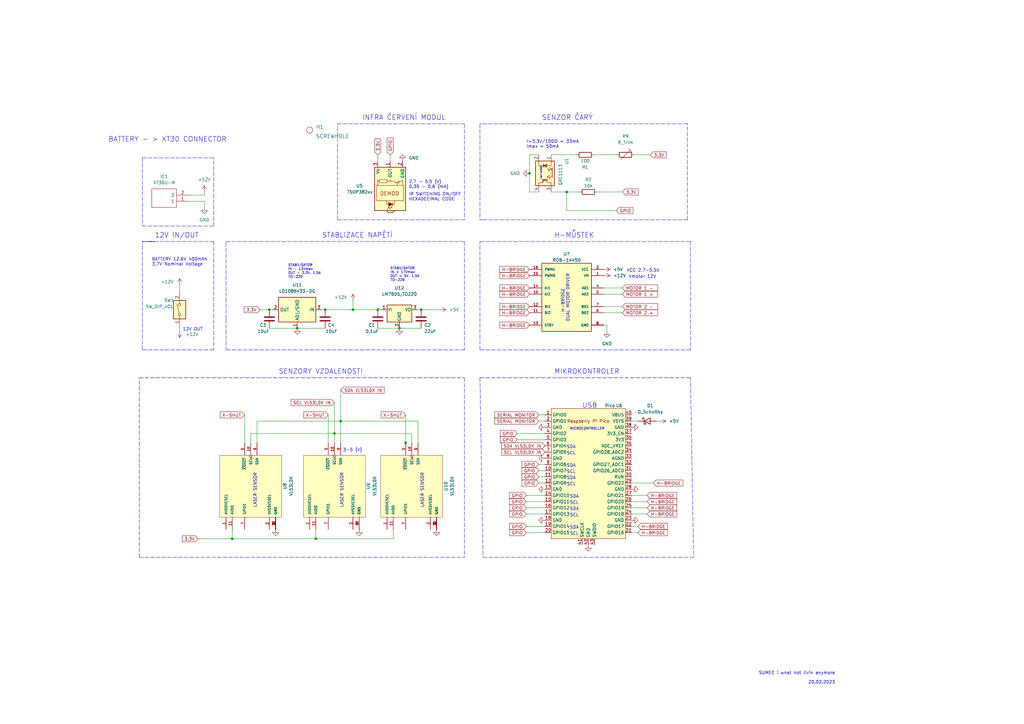
<source format=kicad_sch>
(kicad_sch (version 20211123) (generator eeschema)

  (uuid fc70a1a8-ed7c-4a0f-9b1a-f23293528385)

  (paper "A3")

  (lib_symbols
    (symbol "Device:C" (pin_numbers hide) (pin_names (offset 0.254)) (in_bom yes) (on_board yes)
      (property "Reference" "C" (id 0) (at 0.635 2.54 0)
        (effects (font (size 1.27 1.27)) (justify left))
      )
      (property "Value" "C" (id 1) (at 0.635 -2.54 0)
        (effects (font (size 1.27 1.27)) (justify left))
      )
      (property "Footprint" "" (id 2) (at 0.9652 -3.81 0)
        (effects (font (size 1.27 1.27)) hide)
      )
      (property "Datasheet" "~" (id 3) (at 0 0 0)
        (effects (font (size 1.27 1.27)) hide)
      )
      (property "ki_keywords" "cap capacitor" (id 4) (at 0 0 0)
        (effects (font (size 1.27 1.27)) hide)
      )
      (property "ki_description" "Unpolarized capacitor" (id 5) (at 0 0 0)
        (effects (font (size 1.27 1.27)) hide)
      )
      (property "ki_fp_filters" "C_*" (id 6) (at 0 0 0)
        (effects (font (size 1.27 1.27)) hide)
      )
      (symbol "C_0_1"
        (polyline
          (pts
            (xy -2.032 -0.762)
            (xy 2.032 -0.762)
          )
          (stroke (width 0.508) (type default) (color 0 0 0 0))
          (fill (type none))
        )
        (polyline
          (pts
            (xy -2.032 0.762)
            (xy 2.032 0.762)
          )
          (stroke (width 0.508) (type default) (color 0 0 0 0))
          (fill (type none))
        )
      )
      (symbol "C_1_1"
        (pin passive line (at 0 3.81 270) (length 2.794)
          (name "~" (effects (font (size 1.27 1.27))))
          (number "1" (effects (font (size 1.27 1.27))))
        )
        (pin passive line (at 0 -3.81 90) (length 2.794)
          (name "~" (effects (font (size 1.27 1.27))))
          (number "2" (effects (font (size 1.27 1.27))))
        )
      )
    )
    (symbol "Device:D_Schottky" (pin_numbers hide) (pin_names (offset 1.016) hide) (in_bom yes) (on_board yes)
      (property "Reference" "D" (id 0) (at 0 2.54 0)
        (effects (font (size 1.27 1.27)))
      )
      (property "Value" "D_Schottky" (id 1) (at 0 -2.54 0)
        (effects (font (size 1.27 1.27)))
      )
      (property "Footprint" "" (id 2) (at 0 0 0)
        (effects (font (size 1.27 1.27)) hide)
      )
      (property "Datasheet" "~" (id 3) (at 0 0 0)
        (effects (font (size 1.27 1.27)) hide)
      )
      (property "ki_keywords" "diode Schottky" (id 4) (at 0 0 0)
        (effects (font (size 1.27 1.27)) hide)
      )
      (property "ki_description" "Schottky diode" (id 5) (at 0 0 0)
        (effects (font (size 1.27 1.27)) hide)
      )
      (property "ki_fp_filters" "TO-???* *_Diode_* *SingleDiode* D_*" (id 6) (at 0 0 0)
        (effects (font (size 1.27 1.27)) hide)
      )
      (symbol "D_Schottky_0_1"
        (polyline
          (pts
            (xy 1.27 0)
            (xy -1.27 0)
          )
          (stroke (width 0) (type default) (color 0 0 0 0))
          (fill (type none))
        )
        (polyline
          (pts
            (xy 1.27 1.27)
            (xy 1.27 -1.27)
            (xy -1.27 0)
            (xy 1.27 1.27)
          )
          (stroke (width 0.254) (type default) (color 0 0 0 0))
          (fill (type none))
        )
        (polyline
          (pts
            (xy -1.905 0.635)
            (xy -1.905 1.27)
            (xy -1.27 1.27)
            (xy -1.27 -1.27)
            (xy -0.635 -1.27)
            (xy -0.635 -0.635)
          )
          (stroke (width 0.254) (type default) (color 0 0 0 0))
          (fill (type none))
        )
      )
      (symbol "D_Schottky_1_1"
        (pin passive line (at -3.81 0 0) (length 2.54)
          (name "K" (effects (font (size 1.27 1.27))))
          (number "1" (effects (font (size 1.27 1.27))))
        )
        (pin passive line (at 3.81 0 180) (length 2.54)
          (name "A" (effects (font (size 1.27 1.27))))
          (number "2" (effects (font (size 1.27 1.27))))
        )
      )
    )
    (symbol "Device:R" (pin_numbers hide) (pin_names (offset 0)) (in_bom yes) (on_board yes)
      (property "Reference" "R" (id 0) (at 2.032 0 90)
        (effects (font (size 1.27 1.27)))
      )
      (property "Value" "R" (id 1) (at 0 0 90)
        (effects (font (size 1.27 1.27)))
      )
      (property "Footprint" "" (id 2) (at -1.778 0 90)
        (effects (font (size 1.27 1.27)) hide)
      )
      (property "Datasheet" "~" (id 3) (at 0 0 0)
        (effects (font (size 1.27 1.27)) hide)
      )
      (property "ki_keywords" "R res resistor" (id 4) (at 0 0 0)
        (effects (font (size 1.27 1.27)) hide)
      )
      (property "ki_description" "Resistor" (id 5) (at 0 0 0)
        (effects (font (size 1.27 1.27)) hide)
      )
      (property "ki_fp_filters" "R_*" (id 6) (at 0 0 0)
        (effects (font (size 1.27 1.27)) hide)
      )
      (symbol "R_0_1"
        (rectangle (start -1.016 -2.54) (end 1.016 2.54)
          (stroke (width 0.254) (type default) (color 0 0 0 0))
          (fill (type none))
        )
      )
      (symbol "R_1_1"
        (pin passive line (at 0 3.81 270) (length 1.27)
          (name "~" (effects (font (size 1.27 1.27))))
          (number "1" (effects (font (size 1.27 1.27))))
        )
        (pin passive line (at 0 -3.81 90) (length 1.27)
          (name "~" (effects (font (size 1.27 1.27))))
          (number "2" (effects (font (size 1.27 1.27))))
        )
      )
    )
    (symbol "Device:R_Trim" (pin_numbers hide) (pin_names (offset 0)) (in_bom yes) (on_board yes)
      (property "Reference" "R" (id 0) (at 2.54 -2.54 90)
        (effects (font (size 1.27 1.27)) (justify left))
      )
      (property "Value" "R_Trim" (id 1) (at -2.54 -0.635 90)
        (effects (font (size 1.27 1.27)) (justify left))
      )
      (property "Footprint" "" (id 2) (at -1.778 0 90)
        (effects (font (size 1.27 1.27)) hide)
      )
      (property "Datasheet" "~" (id 3) (at 0 0 0)
        (effects (font (size 1.27 1.27)) hide)
      )
      (property "ki_keywords" "R res resistor variable potentiometer trimmer" (id 4) (at 0 0 0)
        (effects (font (size 1.27 1.27)) hide)
      )
      (property "ki_description" "Trimmable resistor (preset resistor)" (id 5) (at 0 0 0)
        (effects (font (size 1.27 1.27)) hide)
      )
      (property "ki_fp_filters" "R_*" (id 6) (at 0 0 0)
        (effects (font (size 1.27 1.27)) hide)
      )
      (symbol "R_Trim_0_1"
        (rectangle (start -1.016 -2.54) (end 1.016 2.54)
          (stroke (width 0.254) (type default) (color 0 0 0 0))
          (fill (type none))
        )
        (polyline
          (pts
            (xy -1.905 -1.905)
            (xy 1.905 1.905)
            (xy 2.54 1.27)
            (xy 1.27 2.54)
          )
          (stroke (width 0) (type default) (color 0 0 0 0))
          (fill (type none))
        )
      )
      (symbol "R_Trim_1_1"
        (pin passive line (at 0 3.81 270) (length 1.27)
          (name "~" (effects (font (size 1.27 1.27))))
          (number "1" (effects (font (size 1.27 1.27))))
        )
        (pin passive line (at 0 -3.81 90) (length 1.27)
          (name "~" (effects (font (size 1.27 1.27))))
          (number "2" (effects (font (size 1.27 1.27))))
        )
      )
    )
    (symbol "Interface_Optical:TSOP382xx" (in_bom yes) (on_board yes)
      (property "Reference" "U" (id 0) (at -10.16 7.62 0)
        (effects (font (size 1.27 1.27)) (justify left))
      )
      (property "Value" "TSOP382xx" (id 1) (at -10.16 -7.62 0)
        (effects (font (size 1.27 1.27)) (justify left))
      )
      (property "Footprint" "OptoDevice:Vishay_MINICAST-3Pin" (id 2) (at -1.27 -9.525 0)
        (effects (font (size 1.27 1.27)) hide)
      )
      (property "Datasheet" "http://www.vishay.com/docs/82491/tsop382.pdf" (id 3) (at 16.51 7.62 0)
        (effects (font (size 1.27 1.27)) hide)
      )
      (property "ki_keywords" "opto IR receiver" (id 4) (at 0 0 0)
        (effects (font (size 1.27 1.27)) hide)
      )
      (property "ki_description" "Photo Modules for PCM Remote Control Systems" (id 5) (at 0 0 0)
        (effects (font (size 1.27 1.27)) hide)
      )
      (property "ki_fp_filters" "Vishay*MINICAST*" (id 6) (at 0 0 0)
        (effects (font (size 1.27 1.27)) hide)
      )
      (symbol "TSOP382xx_0_0"
        (arc (start -10.287 1.397) (mid -11.0899 -0.1852) (end -10.287 -1.778)
          (stroke (width 0.254) (type default) (color 0 0 0 0))
          (fill (type background))
        )
        (polyline
          (pts
            (xy 1.905 -5.08)
            (xy 0.127 -5.08)
          )
          (stroke (width 0) (type default) (color 0 0 0 0))
          (fill (type none))
        )
        (polyline
          (pts
            (xy 1.905 5.08)
            (xy 0.127 5.08)
          )
          (stroke (width 0) (type default) (color 0 0 0 0))
          (fill (type none))
        )
        (text "DEMOD" (at -3.175 0.254 900)
          (effects (font (size 1.524 1.524)))
        )
      )
      (symbol "TSOP382xx_0_1"
        (rectangle (start -6.096 5.588) (end 0.127 -5.588)
          (stroke (width 0) (type default) (color 0 0 0 0))
          (fill (type none))
        )
        (polyline
          (pts
            (xy -8.763 0.381)
            (xy -9.652 1.27)
          )
          (stroke (width 0) (type default) (color 0 0 0 0))
          (fill (type none))
        )
        (polyline
          (pts
            (xy -8.763 0.381)
            (xy -9.271 0.381)
          )
          (stroke (width 0) (type default) (color 0 0 0 0))
          (fill (type none))
        )
        (polyline
          (pts
            (xy -8.763 0.381)
            (xy -8.763 0.889)
          )
          (stroke (width 0) (type default) (color 0 0 0 0))
          (fill (type none))
        )
        (polyline
          (pts
            (xy -8.636 -0.635)
            (xy -9.525 0.254)
          )
          (stroke (width 0) (type default) (color 0 0 0 0))
          (fill (type none))
        )
        (polyline
          (pts
            (xy -8.636 -0.635)
            (xy -9.144 -0.635)
          )
          (stroke (width 0) (type default) (color 0 0 0 0))
          (fill (type none))
        )
        (polyline
          (pts
            (xy -8.636 -0.635)
            (xy -8.636 -0.127)
          )
          (stroke (width 0) (type default) (color 0 0 0 0))
          (fill (type none))
        )
        (polyline
          (pts
            (xy -8.382 -1.016)
            (xy -6.731 -1.016)
          )
          (stroke (width 0) (type default) (color 0 0 0 0))
          (fill (type none))
        )
        (polyline
          (pts
            (xy 1.27 -2.921)
            (xy 0.127 -2.921)
          )
          (stroke (width 0) (type default) (color 0 0 0 0))
          (fill (type none))
        )
        (polyline
          (pts
            (xy 1.27 -1.905)
            (xy 1.27 -3.81)
          )
          (stroke (width 0) (type default) (color 0 0 0 0))
          (fill (type none))
        )
        (polyline
          (pts
            (xy 1.397 -3.556)
            (xy 1.524 -3.556)
          )
          (stroke (width 0) (type default) (color 0 0 0 0))
          (fill (type none))
        )
        (polyline
          (pts
            (xy 1.651 -3.556)
            (xy 1.524 -3.556)
          )
          (stroke (width 0) (type default) (color 0 0 0 0))
          (fill (type none))
        )
        (polyline
          (pts
            (xy 1.651 -3.556)
            (xy 1.651 -3.302)
          )
          (stroke (width 0) (type default) (color 0 0 0 0))
          (fill (type none))
        )
        (polyline
          (pts
            (xy 1.905 0)
            (xy 1.905 1.27)
          )
          (stroke (width 0) (type default) (color 0 0 0 0))
          (fill (type none))
        )
        (polyline
          (pts
            (xy 1.905 4.445)
            (xy 1.905 5.08)
            (xy 2.54 5.08)
          )
          (stroke (width 0) (type default) (color 0 0 0 0))
          (fill (type none))
        )
        (polyline
          (pts
            (xy -8.382 0.635)
            (xy -6.731 0.635)
            (xy -7.62 -1.016)
            (xy -8.382 0.635)
          )
          (stroke (width 0) (type default) (color 0 0 0 0))
          (fill (type outline))
        )
        (polyline
          (pts
            (xy -6.096 1.397)
            (xy -7.62 1.397)
            (xy -7.62 -1.778)
            (xy -6.096 -1.778)
          )
          (stroke (width 0) (type default) (color 0 0 0 0))
          (fill (type none))
        )
        (polyline
          (pts
            (xy 1.27 -3.175)
            (xy 1.905 -3.81)
            (xy 1.905 -5.08)
            (xy 2.54 -5.08)
          )
          (stroke (width 0) (type default) (color 0 0 0 0))
          (fill (type none))
        )
        (polyline
          (pts
            (xy 1.27 -2.54)
            (xy 1.905 -1.905)
            (xy 1.905 0)
            (xy 2.54 0)
          )
          (stroke (width 0) (type default) (color 0 0 0 0))
          (fill (type none))
        )
        (rectangle (start 2.54 1.27) (end 1.27 4.445)
          (stroke (width 0) (type default) (color 0 0 0 0))
          (fill (type none))
        )
        (rectangle (start 7.62 6.35) (end -10.16 -6.35)
          (stroke (width 0.254) (type default) (color 0 0 0 0))
          (fill (type background))
        )
      )
      (symbol "TSOP382xx_1_1"
        (pin output line (at 10.16 0 180) (length 2.54)
          (name "OUT" (effects (font (size 1.27 1.27))))
          (number "1" (effects (font (size 1.27 1.27))))
        )
        (pin power_in line (at 10.16 -5.08 180) (length 2.54)
          (name "GND" (effects (font (size 1.27 1.27))))
          (number "2" (effects (font (size 1.27 1.27))))
        )
        (pin power_in line (at 10.16 5.08 180) (length 2.54)
          (name "Vs" (effects (font (size 1.27 1.27))))
          (number "3" (effects (font (size 1.27 1.27))))
        )
      )
    )
    (symbol "MCU_RaspberryPi_and_Boards:Pico" (in_bom yes) (on_board yes)
      (property "Reference" "U" (id 0) (at -13.97 27.94 0)
        (effects (font (size 1.27 1.27)))
      )
      (property "Value" "Pico" (id 1) (at 0 19.05 0)
        (effects (font (size 1.27 1.27)))
      )
      (property "Footprint" "RPi_Pico:RPi_Pico_SMD_TH" (id 2) (at 0 0 90)
        (effects (font (size 1.27 1.27)) hide)
      )
      (property "Datasheet" "" (id 3) (at 0 0 0)
        (effects (font (size 1.27 1.27)) hide)
      )
      (symbol "Pico_0_0"
        (text "Raspberry Pi Pico" (at 0 21.59 0)
          (effects (font (size 1.27 1.27)))
        )
      )
      (symbol "Pico_0_1"
        (rectangle (start -15.24 26.67) (end 15.24 -26.67)
          (stroke (width 0) (type default) (color 0 0 0 0))
          (fill (type background))
        )
      )
      (symbol "Pico_1_1"
        (pin bidirectional line (at -17.78 24.13 0) (length 2.54)
          (name "GPIO0" (effects (font (size 1.27 1.27))))
          (number "1" (effects (font (size 1.27 1.27))))
        )
        (pin bidirectional line (at -17.78 1.27 0) (length 2.54)
          (name "GPIO7" (effects (font (size 1.27 1.27))))
          (number "10" (effects (font (size 1.27 1.27))))
        )
        (pin bidirectional line (at -17.78 -1.27 0) (length 2.54)
          (name "GPIO8" (effects (font (size 1.27 1.27))))
          (number "11" (effects (font (size 1.27 1.27))))
        )
        (pin bidirectional line (at -17.78 -3.81 0) (length 2.54)
          (name "GPIO9" (effects (font (size 1.27 1.27))))
          (number "12" (effects (font (size 1.27 1.27))))
        )
        (pin power_in line (at -17.78 -6.35 0) (length 2.54)
          (name "GND" (effects (font (size 1.27 1.27))))
          (number "13" (effects (font (size 1.27 1.27))))
        )
        (pin bidirectional line (at -17.78 -8.89 0) (length 2.54)
          (name "GPIO10" (effects (font (size 1.27 1.27))))
          (number "14" (effects (font (size 1.27 1.27))))
        )
        (pin bidirectional line (at -17.78 -11.43 0) (length 2.54)
          (name "GPIO11" (effects (font (size 1.27 1.27))))
          (number "15" (effects (font (size 1.27 1.27))))
        )
        (pin bidirectional line (at -17.78 -13.97 0) (length 2.54)
          (name "GPIO12" (effects (font (size 1.27 1.27))))
          (number "16" (effects (font (size 1.27 1.27))))
        )
        (pin bidirectional line (at -17.78 -16.51 0) (length 2.54)
          (name "GPIO13" (effects (font (size 1.27 1.27))))
          (number "17" (effects (font (size 1.27 1.27))))
        )
        (pin power_in line (at -17.78 -19.05 0) (length 2.54)
          (name "GND" (effects (font (size 1.27 1.27))))
          (number "18" (effects (font (size 1.27 1.27))))
        )
        (pin bidirectional line (at -17.78 -21.59 0) (length 2.54)
          (name "GPIO14" (effects (font (size 1.27 1.27))))
          (number "19" (effects (font (size 1.27 1.27))))
        )
        (pin bidirectional line (at -17.78 21.59 0) (length 2.54)
          (name "GPIO1" (effects (font (size 1.27 1.27))))
          (number "2" (effects (font (size 1.27 1.27))))
        )
        (pin bidirectional line (at -17.78 -24.13 0) (length 2.54)
          (name "GPIO15" (effects (font (size 1.27 1.27))))
          (number "20" (effects (font (size 1.27 1.27))))
        )
        (pin bidirectional line (at 17.78 -24.13 180) (length 2.54)
          (name "GPIO16" (effects (font (size 1.27 1.27))))
          (number "21" (effects (font (size 1.27 1.27))))
        )
        (pin bidirectional line (at 17.78 -21.59 180) (length 2.54)
          (name "GPIO17" (effects (font (size 1.27 1.27))))
          (number "22" (effects (font (size 1.27 1.27))))
        )
        (pin power_in line (at 17.78 -19.05 180) (length 2.54)
          (name "GND" (effects (font (size 1.27 1.27))))
          (number "23" (effects (font (size 1.27 1.27))))
        )
        (pin bidirectional line (at 17.78 -16.51 180) (length 2.54)
          (name "GPIO18" (effects (font (size 1.27 1.27))))
          (number "24" (effects (font (size 1.27 1.27))))
        )
        (pin bidirectional line (at 17.78 -13.97 180) (length 2.54)
          (name "GPIO19" (effects (font (size 1.27 1.27))))
          (number "25" (effects (font (size 1.27 1.27))))
        )
        (pin bidirectional line (at 17.78 -11.43 180) (length 2.54)
          (name "GPIO20" (effects (font (size 1.27 1.27))))
          (number "26" (effects (font (size 1.27 1.27))))
        )
        (pin bidirectional line (at 17.78 -8.89 180) (length 2.54)
          (name "GPIO21" (effects (font (size 1.27 1.27))))
          (number "27" (effects (font (size 1.27 1.27))))
        )
        (pin power_in line (at 17.78 -6.35 180) (length 2.54)
          (name "GND" (effects (font (size 1.27 1.27))))
          (number "28" (effects (font (size 1.27 1.27))))
        )
        (pin bidirectional line (at 17.78 -3.81 180) (length 2.54)
          (name "GPIO22" (effects (font (size 1.27 1.27))))
          (number "29" (effects (font (size 1.27 1.27))))
        )
        (pin power_in line (at -17.78 19.05 0) (length 2.54)
          (name "GND" (effects (font (size 1.27 1.27))))
          (number "3" (effects (font (size 1.27 1.27))))
        )
        (pin input line (at 17.78 -1.27 180) (length 2.54)
          (name "RUN" (effects (font (size 1.27 1.27))))
          (number "30" (effects (font (size 1.27 1.27))))
        )
        (pin bidirectional line (at 17.78 1.27 180) (length 2.54)
          (name "GPIO26_ADC0" (effects (font (size 1.27 1.27))))
          (number "31" (effects (font (size 1.27 1.27))))
        )
        (pin bidirectional line (at 17.78 3.81 180) (length 2.54)
          (name "GPIO27_ADC1" (effects (font (size 1.27 1.27))))
          (number "32" (effects (font (size 1.27 1.27))))
        )
        (pin power_in line (at 17.78 6.35 180) (length 2.54)
          (name "AGND" (effects (font (size 1.27 1.27))))
          (number "33" (effects (font (size 1.27 1.27))))
        )
        (pin bidirectional line (at 17.78 8.89 180) (length 2.54)
          (name "GPIO28_ADC2" (effects (font (size 1.27 1.27))))
          (number "34" (effects (font (size 1.27 1.27))))
        )
        (pin power_in line (at 17.78 11.43 180) (length 2.54)
          (name "ADC_VREF" (effects (font (size 1.27 1.27))))
          (number "35" (effects (font (size 1.27 1.27))))
        )
        (pin power_in line (at 17.78 13.97 180) (length 2.54)
          (name "3V3" (effects (font (size 1.27 1.27))))
          (number "36" (effects (font (size 1.27 1.27))))
        )
        (pin input line (at 17.78 16.51 180) (length 2.54)
          (name "3V3_EN" (effects (font (size 1.27 1.27))))
          (number "37" (effects (font (size 1.27 1.27))))
        )
        (pin bidirectional line (at 17.78 19.05 180) (length 2.54)
          (name "GND" (effects (font (size 1.27 1.27))))
          (number "38" (effects (font (size 1.27 1.27))))
        )
        (pin power_in line (at 17.78 21.59 180) (length 2.54)
          (name "VSYS" (effects (font (size 1.27 1.27))))
          (number "39" (effects (font (size 1.27 1.27))))
        )
        (pin bidirectional line (at -17.78 16.51 0) (length 2.54)
          (name "GPIO2" (effects (font (size 1.27 1.27))))
          (number "4" (effects (font (size 1.27 1.27))))
        )
        (pin power_in line (at 17.78 24.13 180) (length 2.54)
          (name "VBUS" (effects (font (size 1.27 1.27))))
          (number "40" (effects (font (size 1.27 1.27))))
        )
        (pin input line (at -2.54 -29.21 90) (length 2.54)
          (name "SWCLK" (effects (font (size 1.27 1.27))))
          (number "41" (effects (font (size 1.27 1.27))))
        )
        (pin power_in line (at 0 -29.21 90) (length 2.54)
          (name "GND" (effects (font (size 1.27 1.27))))
          (number "42" (effects (font (size 1.27 1.27))))
        )
        (pin bidirectional line (at 2.54 -29.21 90) (length 2.54)
          (name "SWDIO" (effects (font (size 1.27 1.27))))
          (number "43" (effects (font (size 1.27 1.27))))
        )
        (pin bidirectional line (at -17.78 13.97 0) (length 2.54)
          (name "GPIO3" (effects (font (size 1.27 1.27))))
          (number "5" (effects (font (size 1.27 1.27))))
        )
        (pin bidirectional line (at -17.78 11.43 0) (length 2.54)
          (name "GPIO4" (effects (font (size 1.27 1.27))))
          (number "6" (effects (font (size 1.27 1.27))))
        )
        (pin bidirectional line (at -17.78 8.89 0) (length 2.54)
          (name "GPIO5" (effects (font (size 1.27 1.27))))
          (number "7" (effects (font (size 1.27 1.27))))
        )
        (pin power_in line (at -17.78 6.35 0) (length 2.54)
          (name "GND" (effects (font (size 1.27 1.27))))
          (number "8" (effects (font (size 1.27 1.27))))
        )
        (pin bidirectional line (at -17.78 3.81 0) (length 2.54)
          (name "GPIO6" (effects (font (size 1.27 1.27))))
          (number "9" (effects (font (size 1.27 1.27))))
        )
      )
    )
    (symbol "ROB-14450:ROB-14450" (pin_names (offset 1.016)) (in_bom yes) (on_board yes)
      (property "Reference" "U" (id 0) (at -10.16 16.002 0)
        (effects (font (size 1.27 1.27)) (justify left bottom))
      )
      (property "Value" "ROB-14450" (id 1) (at -10.16 -15.24 0)
        (effects (font (size 1.27 1.27)) (justify left bottom))
      )
      (property "Footprint" "MODULE_ROB-14450" (id 2) (at 0 0 0)
        (effects (font (size 1.27 1.27)) (justify bottom) hide)
      )
      (property "Datasheet" "" (id 3) (at 0 0 0)
        (effects (font (size 1.27 1.27)) hide)
      )
      (property "PARTREV" "11-13-17" (id 4) (at 0 0 0)
        (effects (font (size 1.27 1.27)) (justify bottom) hide)
      )
      (property "STANDARD" "Manufacturer Recommendation" (id 5) (at 0 0 0)
        (effects (font (size 1.27 1.27)) (justify bottom) hide)
      )
      (property "MANUFACTURER" "Sparkfun Electronics" (id 6) (at 0 0 0)
        (effects (font (size 1.27 1.27)) (justify bottom) hide)
      )
      (symbol "ROB-14450_0_0"
        (rectangle (start -10.16 -12.7) (end 10.16 15.24)
          (stroke (width 0.254) (type default) (color 0 0 0 0))
          (fill (type background))
        )
        (pin power_in line (at 15.24 10.16 180) (length 5.08)
          (name "VM" (effects (font (size 1.016 1.016))))
          (number "1" (effects (font (size 1.016 1.016))))
        )
        (pin input line (at -15.24 10.16 0) (length 5.08)
          (name "PWMB" (effects (font (size 1.016 1.016))))
          (number "10" (effects (font (size 1.016 1.016))))
        )
        (pin input line (at -15.24 -5.08 0) (length 5.08)
          (name "BI2" (effects (font (size 1.016 1.016))))
          (number "11" (effects (font (size 1.016 1.016))))
        )
        (pin input line (at -15.24 -2.54 0) (length 5.08)
          (name "BI1" (effects (font (size 1.016 1.016))))
          (number "12" (effects (font (size 1.016 1.016))))
        )
        (pin input line (at -15.24 -10.16 0) (length 5.08)
          (name "STBY" (effects (font (size 1.016 1.016))))
          (number "13" (effects (font (size 1.016 1.016))))
        )
        (pin input line (at -15.24 5.08 0) (length 5.08)
          (name "AI1" (effects (font (size 1.016 1.016))))
          (number "14" (effects (font (size 1.016 1.016))))
        )
        (pin input line (at -15.24 2.54 0) (length 5.08)
          (name "AI2" (effects (font (size 1.016 1.016))))
          (number "15" (effects (font (size 1.016 1.016))))
        )
        (pin input line (at -15.24 12.7 0) (length 5.08)
          (name "PWMA" (effects (font (size 1.016 1.016))))
          (number "16" (effects (font (size 1.016 1.016))))
        )
        (pin power_in line (at 15.24 12.7 180) (length 5.08)
          (name "VCC" (effects (font (size 1.016 1.016))))
          (number "2" (effects (font (size 1.016 1.016))))
        )
        (pin power_in line (at 15.24 -10.16 180) (length 5.08)
          (name "GND" (effects (font (size 1.016 1.016))))
          (number "3" (effects (font (size 1.016 1.016))))
        )
        (pin output line (at 15.24 5.08 180) (length 5.08)
          (name "A01" (effects (font (size 1.016 1.016))))
          (number "4" (effects (font (size 1.016 1.016))))
        )
        (pin output line (at 15.24 2.54 180) (length 5.08)
          (name "A02" (effects (font (size 1.016 1.016))))
          (number "5" (effects (font (size 1.016 1.016))))
        )
        (pin output line (at 15.24 -5.08 180) (length 5.08)
          (name "B02" (effects (font (size 1.016 1.016))))
          (number "6" (effects (font (size 1.016 1.016))))
        )
        (pin output line (at 15.24 -2.54 180) (length 5.08)
          (name "B01" (effects (font (size 1.016 1.016))))
          (number "7" (effects (font (size 1.016 1.016))))
        )
        (pin power_in line (at 15.24 -10.16 180) (length 5.08)
          (name "GND" (effects (font (size 1.016 1.016))))
          (number "8" (effects (font (size 1.016 1.016))))
        )
        (pin power_in line (at 15.24 -10.16 180) (length 5.08)
          (name "GND" (effects (font (size 1.016 1.016))))
          (number "9" (effects (font (size 1.016 1.016))))
        )
      )
    )
    (symbol "Regulator_Linear:LD1086V33-DG" (in_bom yes) (on_board yes)
      (property "Reference" "U" (id 0) (at 0 10.16 0)
        (effects (font (size 1.27 1.27)))
      )
      (property "Value" "LD1086V33-DG" (id 1) (at 0 7.62 0)
        (effects (font (size 1.27 1.27)))
      )
      (property "Footprint" "Package_TO_SOT_THT:TO-220-3_Vertical" (id 2) (at 0 12.7 0)
        (effects (font (size 1.27 1.27)) hide)
      )
      (property "Datasheet" "https://www.st.com/resource/en/datasheet/ld1086.pdf" (id 3) (at 0 15.24 0)
        (effects (font (size 1.27 1.27)) hide)
      )
      (property "ki_keywords" "Linear Regulator 1.5A Fixed Output" (id 4) (at 0 0 0)
        (effects (font (size 1.27 1.27)) hide)
      )
      (property "ki_description" "Positive, 1.5A 30V, Linear Regulator, Fixed Output 3.3V, TO-220" (id 5) (at 0 0 0)
        (effects (font (size 1.27 1.27)) hide)
      )
      (property "ki_fp_filters" "TO?220*" (id 6) (at 0 0 0)
        (effects (font (size 1.27 1.27)) hide)
      )
      (symbol "LD1086V33-DG_1_1"
        (rectangle (start -7.62 -5.08) (end 7.62 5.08)
          (stroke (width 0.254) (type default) (color 0 0 0 0))
          (fill (type background))
        )
        (pin input line (at 0 -7.62 90) (length 2.54)
          (name "ADJ/GND" (effects (font (size 1.27 1.27))))
          (number "1" (effects (font (size 1.27 1.27))))
        )
        (pin power_out line (at 10.16 0 180) (length 2.54)
          (name "OUT" (effects (font (size 1.27 1.27))))
          (number "2" (effects (font (size 1.27 1.27))))
        )
        (pin power_in line (at -10.16 0 0) (length 2.54)
          (name "IN" (effects (font (size 1.27 1.27))))
          (number "3" (effects (font (size 1.27 1.27))))
        )
      )
    )
    (symbol "Regulator_Linear:LM7805_TO220" (pin_names (offset 0.254)) (in_bom yes) (on_board yes)
      (property "Reference" "U" (id 0) (at -3.81 3.175 0)
        (effects (font (size 1.27 1.27)))
      )
      (property "Value" "LM7805_TO220" (id 1) (at 0 3.175 0)
        (effects (font (size 1.27 1.27)) (justify left))
      )
      (property "Footprint" "Package_TO_SOT_THT:TO-220-3_Vertical" (id 2) (at 0 5.715 0)
        (effects (font (size 1.27 1.27) italic) hide)
      )
      (property "Datasheet" "https://www.onsemi.cn/PowerSolutions/document/MC7800-D.PDF" (id 3) (at 0 -1.27 0)
        (effects (font (size 1.27 1.27)) hide)
      )
      (property "ki_keywords" "Voltage Regulator 1A Positive" (id 4) (at 0 0 0)
        (effects (font (size 1.27 1.27)) hide)
      )
      (property "ki_description" "Positive 1A 35V Linear Regulator, Fixed Output 5V, TO-220" (id 5) (at 0 0 0)
        (effects (font (size 1.27 1.27)) hide)
      )
      (property "ki_fp_filters" "TO?220*" (id 6) (at 0 0 0)
        (effects (font (size 1.27 1.27)) hide)
      )
      (symbol "LM7805_TO220_0_1"
        (rectangle (start -5.08 1.905) (end 5.08 -5.08)
          (stroke (width 0.254) (type default) (color 0 0 0 0))
          (fill (type background))
        )
      )
      (symbol "LM7805_TO220_1_1"
        (pin power_in line (at -7.62 0 0) (length 2.54)
          (name "VI" (effects (font (size 1.27 1.27))))
          (number "1" (effects (font (size 1.27 1.27))))
        )
        (pin power_in line (at 0 -7.62 90) (length 2.54)
          (name "GND" (effects (font (size 1.27 1.27))))
          (number "2" (effects (font (size 1.27 1.27))))
        )
        (pin power_out line (at 7.62 0 180) (length 2.54)
          (name "VO" (effects (font (size 1.27 1.27))))
          (number "3" (effects (font (size 1.27 1.27))))
        )
      )
    )
    (symbol "SamacSys_Parts:XT30U-M" (pin_names (offset 0.762)) (in_bom yes) (on_board yes)
      (property "Reference" "IC" (id 0) (at 16.51 7.62 0)
        (effects (font (size 1.27 1.27)) (justify left))
      )
      (property "Value" "XT30U-M" (id 1) (at 16.51 5.08 0)
        (effects (font (size 1.27 1.27)) (justify left))
      )
      (property "Footprint" "XT30UM" (id 2) (at 16.51 2.54 0)
        (effects (font (size 1.27 1.27)) (justify left) hide)
      )
      (property "Datasheet" "https://www.tme.eu/Document/3cbfa5cfa544d79584972dd5234a409e/XT30U%20SPEC.pdf" (id 3) (at 16.51 0 0)
        (effects (font (size 1.27 1.27)) (justify left) hide)
      )
      (property "Description" "Plug; DC supply; XT30; male; PIN: 2; for cable; soldering; 15A; 500V" (id 4) (at 16.51 -2.54 0)
        (effects (font (size 1.27 1.27)) (justify left) hide)
      )
      (property "Height" "10.7" (id 5) (at 16.51 -5.08 0)
        (effects (font (size 1.27 1.27)) (justify left) hide)
      )
      (property "Manufacturer_Name" "Amass" (id 6) (at 16.51 -7.62 0)
        (effects (font (size 1.27 1.27)) (justify left) hide)
      )
      (property "Manufacturer_Part_Number" "XT30U-M" (id 7) (at 16.51 -10.16 0)
        (effects (font (size 1.27 1.27)) (justify left) hide)
      )
      (property "Mouser Part Number" "" (id 8) (at 16.51 -12.7 0)
        (effects (font (size 1.27 1.27)) (justify left) hide)
      )
      (property "Mouser Price/Stock" "" (id 9) (at 16.51 -15.24 0)
        (effects (font (size 1.27 1.27)) (justify left) hide)
      )
      (property "Arrow Part Number" "" (id 10) (at 16.51 -17.78 0)
        (effects (font (size 1.27 1.27)) (justify left) hide)
      )
      (property "Arrow Price/Stock" "" (id 11) (at 16.51 -20.32 0)
        (effects (font (size 1.27 1.27)) (justify left) hide)
      )
      (property "Mouser Testing Part Number" "" (id 12) (at 16.51 -22.86 0)
        (effects (font (size 1.27 1.27)) (justify left) hide)
      )
      (property "Mouser Testing Price/Stock" "" (id 13) (at 16.51 -25.4 0)
        (effects (font (size 1.27 1.27)) (justify left) hide)
      )
      (property "ki_description" "Plug; DC supply; XT30; male; PIN: 2; for cable; soldering; 15A; 500V" (id 14) (at 0 0 0)
        (effects (font (size 1.27 1.27)) hide)
      )
      (symbol "XT30U-M_0_0"
        (pin passive line (at 0 0 0) (length 5.08)
          (name "1" (effects (font (size 1.27 1.27))))
          (number "1" (effects (font (size 1.27 1.27))))
        )
        (pin passive line (at 0 -2.54 0) (length 5.08)
          (name "2" (effects (font (size 1.27 1.27))))
          (number "2" (effects (font (size 1.27 1.27))))
        )
      )
      (symbol "XT30U-M_0_1"
        (polyline
          (pts
            (xy 5.08 2.54)
            (xy 15.24 2.54)
            (xy 15.24 -5.08)
            (xy 5.08 -5.08)
            (xy 5.08 2.54)
          )
          (stroke (width 0.1524) (type default) (color 0 0 0 0))
          (fill (type none))
        )
      )
    )
    (symbol "Sensor_Proximity:QRE1113" (pin_names (offset 0.0254) hide) (in_bom yes) (on_board yes)
      (property "Reference" "U" (id 0) (at -3.81 5.08 0)
        (effects (font (size 1.27 1.27)))
      )
      (property "Value" "QRE1113" (id 1) (at 8.89 5.08 0)
        (effects (font (size 1.27 1.27)) (justify right))
      )
      (property "Footprint" "OptoDevice:OnSemi_CASE100AQ" (id 2) (at 0 -5.08 0)
        (effects (font (size 1.27 1.27)) hide)
      )
      (property "Datasheet" "http://www.onsemi.com/pub/Collateral/QRE1113-D.PDF" (id 3) (at 0 2.54 0)
        (effects (font (size 1.27 1.27)) hide)
      )
      (property "ki_keywords" "Reflective Optical Sensor Opto reflex coupler" (id 4) (at 0 0 0)
        (effects (font (size 1.27 1.27)) hide)
      )
      (property "ki_description" "Miniature Reflective Optical Object Sensor, DIP-like THT-package" (id 5) (at 0 0 0)
        (effects (font (size 1.27 1.27)) hide)
      )
      (property "ki_fp_filters" "OnSemi*CASE100AQ*" (id 6) (at 0 0 0)
        (effects (font (size 1.27 1.27)) hide)
      )
      (symbol "QRE1113_0_1"
        (polyline
          (pts
            (xy -3.81 -0.635)
            (xy -2.54 -0.635)
          )
          (stroke (width 0.254) (type default) (color 0 0 0 0))
          (fill (type none))
        )
        (polyline
          (pts
            (xy -2.286 2.921)
            (xy -2.032 3.175)
          )
          (stroke (width 0) (type default) (color 0 0 0 0))
          (fill (type none))
        )
        (polyline
          (pts
            (xy -1.778 2.921)
            (xy -1.524 3.175)
          )
          (stroke (width 0) (type default) (color 0 0 0 0))
          (fill (type none))
        )
        (polyline
          (pts
            (xy -1.524 2.667)
            (xy -1.651 2.159)
          )
          (stroke (width 0) (type default) (color 0 0 0 0))
          (fill (type none))
        )
        (polyline
          (pts
            (xy -1.27 2.921)
            (xy -1.016 3.175)
          )
          (stroke (width 0) (type default) (color 0 0 0 0))
          (fill (type none))
        )
        (polyline
          (pts
            (xy -1.143 1.905)
            (xy -1.27 1.397)
          )
          (stroke (width 0) (type default) (color 0 0 0 0))
          (fill (type none))
        )
        (polyline
          (pts
            (xy -0.762 2.921)
            (xy -0.508 3.175)
          )
          (stroke (width 0) (type default) (color 0 0 0 0))
          (fill (type none))
        )
        (polyline
          (pts
            (xy -0.254 2.921)
            (xy 0 3.175)
          )
          (stroke (width 0) (type default) (color 0 0 0 0))
          (fill (type none))
        )
        (polyline
          (pts
            (xy 0.254 2.921)
            (xy 0.508 3.175)
          )
          (stroke (width 0) (type default) (color 0 0 0 0))
          (fill (type none))
        )
        (polyline
          (pts
            (xy 0.762 2.921)
            (xy 1.016 3.175)
          )
          (stroke (width 0) (type default) (color 0 0 0 0))
          (fill (type none))
        )
        (polyline
          (pts
            (xy 1.27 2.921)
            (xy 1.524 3.175)
          )
          (stroke (width 0) (type default) (color 0 0 0 0))
          (fill (type none))
        )
        (polyline
          (pts
            (xy 1.651 0.889)
            (xy 1.143 1.016)
          )
          (stroke (width 0) (type default) (color 0 0 0 0))
          (fill (type none))
        )
        (polyline
          (pts
            (xy 1.778 2.921)
            (xy -2.413 2.921)
          )
          (stroke (width 0) (type default) (color 0 0 0 0))
          (fill (type none))
        )
        (polyline
          (pts
            (xy 2.032 1.651)
            (xy 1.524 1.778)
          )
          (stroke (width 0) (type default) (color 0 0 0 0))
          (fill (type none))
        )
        (polyline
          (pts
            (xy 2.667 -0.127)
            (xy 3.81 -1.27)
          )
          (stroke (width 0) (type default) (color 0 0 0 0))
          (fill (type none))
        )
        (polyline
          (pts
            (xy 2.667 0.127)
            (xy 3.81 1.27)
          )
          (stroke (width 0) (type default) (color 0 0 0 0))
          (fill (type none))
        )
        (polyline
          (pts
            (xy -2.54 1.651)
            (xy -1.524 2.667)
            (xy -2.032 2.54)
          )
          (stroke (width 0) (type default) (color 0 0 0 0))
          (fill (type none))
        )
        (polyline
          (pts
            (xy -2.159 0.889)
            (xy -1.143 1.905)
            (xy -1.651 1.778)
          )
          (stroke (width 0) (type default) (color 0 0 0 0))
          (fill (type none))
        )
        (polyline
          (pts
            (xy 0.635 1.905)
            (xy 1.651 0.889)
            (xy 1.524 1.397)
          )
          (stroke (width 0) (type default) (color 0 0 0 0))
          (fill (type none))
        )
        (polyline
          (pts
            (xy 1.016 2.667)
            (xy 2.032 1.651)
            (xy 1.905 2.159)
          )
          (stroke (width 0) (type default) (color 0 0 0 0))
          (fill (type none))
        )
        (polyline
          (pts
            (xy 2.667 1.016)
            (xy 2.667 -1.016)
            (xy 2.667 -1.016)
          )
          (stroke (width 0.3556) (type default) (color 0 0 0 0))
          (fill (type none))
        )
        (polyline
          (pts
            (xy 3.81 -1.27)
            (xy 3.81 -2.54)
            (xy 5.08 -2.54)
          )
          (stroke (width 0) (type default) (color 0 0 0 0))
          (fill (type none))
        )
        (polyline
          (pts
            (xy 3.81 1.27)
            (xy 3.81 2.54)
            (xy 5.08 2.54)
          )
          (stroke (width 0) (type default) (color 0 0 0 0))
          (fill (type none))
        )
        (polyline
          (pts
            (xy -5.08 -2.54)
            (xy -3.175 -2.54)
            (xy -3.175 2.54)
            (xy -5.08 2.54)
          )
          (stroke (width 0) (type default) (color 0 0 0 0))
          (fill (type none))
        )
        (polyline
          (pts
            (xy -3.175 -0.635)
            (xy -3.81 0.635)
            (xy -2.54 0.635)
            (xy -3.175 -0.635)
          )
          (stroke (width 0.254) (type default) (color 0 0 0 0))
          (fill (type none))
        )
        (polyline
          (pts
            (xy 3.683 -1.143)
            (xy 3.429 -0.635)
            (xy 3.175 -0.889)
            (xy 3.683 -1.143)
          )
          (stroke (width 0) (type default) (color 0 0 0 0))
          (fill (type none))
        )
        (polyline
          (pts
            (xy -5.08 -3.81)
            (xy 5.08 -3.81)
            (xy 5.08 3.81)
            (xy -5.08 3.81)
            (xy -5.08 -3.81)
          )
          (stroke (width 0.254) (type default) (color 0 0 0 0))
          (fill (type background))
        )
      )
      (symbol "QRE1113_1_1"
        (pin passive line (at -7.62 2.54 0) (length 2.54)
          (name "A" (effects (font (size 1.27 1.27))))
          (number "1" (effects (font (size 1.27 1.27))))
        )
        (pin passive line (at -7.62 -2.54 0) (length 2.54)
          (name "K" (effects (font (size 1.27 1.27))))
          (number "2" (effects (font (size 1.27 1.27))))
        )
        (pin open_collector line (at 7.62 2.54 180) (length 2.54)
          (name "~" (effects (font (size 1.27 1.27))))
          (number "3" (effects (font (size 1.27 1.27))))
        )
        (pin open_emitter line (at 7.62 -2.54 180) (length 2.54)
          (name "~" (effects (font (size 1.27 1.27))))
          (number "4" (effects (font (size 1.27 1.27))))
        )
      )
    )
    (symbol "Switch:SW_DIP_x01" (pin_names (offset 0) hide) (in_bom yes) (on_board yes)
      (property "Reference" "SW" (id 0) (at 0 3.81 0)
        (effects (font (size 1.27 1.27)))
      )
      (property "Value" "SW_DIP_x01" (id 1) (at 0 -3.81 0)
        (effects (font (size 1.27 1.27)))
      )
      (property "Footprint" "" (id 2) (at 0 0 0)
        (effects (font (size 1.27 1.27)) hide)
      )
      (property "Datasheet" "~" (id 3) (at 0 0 0)
        (effects (font (size 1.27 1.27)) hide)
      )
      (property "ki_keywords" "dip switch" (id 4) (at 0 0 0)
        (effects (font (size 1.27 1.27)) hide)
      )
      (property "ki_description" "1x DIP Switch, Single Pole Single Throw (SPST) switch, small symbol" (id 5) (at 0 0 0)
        (effects (font (size 1.27 1.27)) hide)
      )
      (property "ki_fp_filters" "SW?DIP?x1*" (id 6) (at 0 0 0)
        (effects (font (size 1.27 1.27)) hide)
      )
      (symbol "SW_DIP_x01_0_0"
        (circle (center -2.032 0) (radius 0.508)
          (stroke (width 0) (type default) (color 0 0 0 0))
          (fill (type none))
        )
        (polyline
          (pts
            (xy -1.524 0.127)
            (xy 2.3622 1.1684)
          )
          (stroke (width 0) (type default) (color 0 0 0 0))
          (fill (type none))
        )
        (circle (center 2.032 0) (radius 0.508)
          (stroke (width 0) (type default) (color 0 0 0 0))
          (fill (type none))
        )
      )
      (symbol "SW_DIP_x01_0_1"
        (rectangle (start -3.81 2.54) (end 3.81 -2.54)
          (stroke (width 0.254) (type default) (color 0 0 0 0))
          (fill (type background))
        )
      )
      (symbol "SW_DIP_x01_1_1"
        (pin passive line (at -7.62 0 0) (length 5.08)
          (name "~" (effects (font (size 1.27 1.27))))
          (number "1" (effects (font (size 1.27 1.27))))
        )
        (pin passive line (at 7.62 0 180) (length 5.08)
          (name "~" (effects (font (size 1.27 1.27))))
          (number "2" (effects (font (size 1.27 1.27))))
        )
      )
    )
    (symbol "VL53L0X:VL53L0X" (pin_names (offset 1.016)) (in_bom yes) (on_board yes)
      (property "Reference" "U" (id 0) (at -12.7244 13.2334 0)
        (effects (font (size 1.27 1.27)) (justify left bottom))
      )
      (property "Value" "VL53L0X" (id 1) (at -12.7205 -15.2646 0)
        (effects (font (size 1.27 1.27)) (justify left bottom))
      )
      (property "Footprint" "SENSOR_VL53L0X" (id 2) (at 0 0 0)
        (effects (font (size 1.27 1.27)) (justify bottom) hide)
      )
      (property "Datasheet" "" (id 3) (at 0 0 0)
        (effects (font (size 1.27 1.27)) hide)
      )
      (property "PART_REV" "1.0" (id 4) (at 0 0 0)
        (effects (font (size 1.27 1.27)) (justify bottom) hide)
      )
      (property "STANDARD" "Manufacturer Recommendation" (id 5) (at 0 0 0)
        (effects (font (size 1.27 1.27)) (justify bottom) hide)
      )
      (property "MANUFACTURER" "ST Microelectronics" (id 6) (at 0 0 0)
        (effects (font (size 1.27 1.27)) (justify bottom) hide)
      )
      (symbol "VL53L0X_0_0"
        (rectangle (start -12.7 -12.7) (end 12.7 12.7)
          (stroke (width 0.127) (type default) (color 0 0 0 0))
          (fill (type background))
        )
        (pin power_in line (at 17.78 10.16 180) (length 5.08)
          (name "AVDDVCSEL" (effects (font (size 1.016 1.016))))
          (number "1" (effects (font (size 1.016 1.016))))
        )
        (pin input clock (at -17.78 0 0) (length 5.08)
          (name "SCL" (effects (font (size 1.016 1.016))))
          (number "10" (effects (font (size 1.016 1.016))))
        )
        (pin power_in line (at 17.78 7.62 180) (length 5.08)
          (name "AVDD" (effects (font (size 1.016 1.016))))
          (number "11" (effects (font (size 1.016 1.016))))
        )
        (pin power_in line (at 17.78 -10.16 180) (length 5.08)
          (name "GND" (effects (font (size 1.016 1.016))))
          (number "12" (effects (font (size 1.016 1.016))))
        )
        (pin power_in line (at 17.78 -7.62 180) (length 5.08)
          (name "AVSSVCSEL" (effects (font (size 1.016 1.016))))
          (number "2" (effects (font (size 1.016 1.016))))
        )
        (pin power_in line (at 17.78 -10.16 180) (length 5.08)
          (name "GND" (effects (font (size 1.016 1.016))))
          (number "3" (effects (font (size 1.016 1.016))))
        )
        (pin power_in line (at 17.78 -10.16 180) (length 5.08)
          (name "GND" (effects (font (size 1.016 1.016))))
          (number "4" (effects (font (size 1.016 1.016))))
        )
        (pin input line (at -17.78 2.54 0) (length 5.08)
          (name "~{XSHUT}" (effects (font (size 1.016 1.016))))
          (number "5" (effects (font (size 1.016 1.016))))
        )
        (pin power_in line (at 17.78 -10.16 180) (length 5.08)
          (name "GND" (effects (font (size 1.016 1.016))))
          (number "6" (effects (font (size 1.016 1.016))))
        )
        (pin output line (at 17.78 2.54 180) (length 5.08)
          (name "GPIO1" (effects (font (size 1.016 1.016))))
          (number "7" (effects (font (size 1.016 1.016))))
        )
        (pin bidirectional line (at -17.78 -2.54 0) (length 5.08)
          (name "SDA" (effects (font (size 1.016 1.016))))
          (number "9" (effects (font (size 1.016 1.016))))
        )
      )
    )
    (symbol "power:+12V" (power) (pin_names (offset 0)) (in_bom yes) (on_board yes)
      (property "Reference" "#PWR" (id 0) (at 0 -3.81 0)
        (effects (font (size 1.27 1.27)) hide)
      )
      (property "Value" "+12V" (id 1) (at 0 3.556 0)
        (effects (font (size 1.27 1.27)))
      )
      (property "Footprint" "" (id 2) (at 0 0 0)
        (effects (font (size 1.27 1.27)) hide)
      )
      (property "Datasheet" "" (id 3) (at 0 0 0)
        (effects (font (size 1.27 1.27)) hide)
      )
      (property "ki_keywords" "power-flag" (id 4) (at 0 0 0)
        (effects (font (size 1.27 1.27)) hide)
      )
      (property "ki_description" "Power symbol creates a global label with name \"+12V\"" (id 5) (at 0 0 0)
        (effects (font (size 1.27 1.27)) hide)
      )
      (symbol "+12V_0_1"
        (polyline
          (pts
            (xy -0.762 1.27)
            (xy 0 2.54)
          )
          (stroke (width 0) (type default) (color 0 0 0 0))
          (fill (type none))
        )
        (polyline
          (pts
            (xy 0 0)
            (xy 0 2.54)
          )
          (stroke (width 0) (type default) (color 0 0 0 0))
          (fill (type none))
        )
        (polyline
          (pts
            (xy 0 2.54)
            (xy 0.762 1.27)
          )
          (stroke (width 0) (type default) (color 0 0 0 0))
          (fill (type none))
        )
      )
      (symbol "+12V_1_1"
        (pin power_in line (at 0 0 90) (length 0) hide
          (name "+12V" (effects (font (size 1.27 1.27))))
          (number "1" (effects (font (size 1.27 1.27))))
        )
      )
    )
    (symbol "power:+5V" (power) (pin_names (offset 0)) (in_bom yes) (on_board yes)
      (property "Reference" "#PWR" (id 0) (at 0 -3.81 0)
        (effects (font (size 1.27 1.27)) hide)
      )
      (property "Value" "+5V" (id 1) (at 0 3.556 0)
        (effects (font (size 1.27 1.27)))
      )
      (property "Footprint" "" (id 2) (at 0 0 0)
        (effects (font (size 1.27 1.27)) hide)
      )
      (property "Datasheet" "" (id 3) (at 0 0 0)
        (effects (font (size 1.27 1.27)) hide)
      )
      (property "ki_keywords" "power-flag" (id 4) (at 0 0 0)
        (effects (font (size 1.27 1.27)) hide)
      )
      (property "ki_description" "Power symbol creates a global label with name \"+5V\"" (id 5) (at 0 0 0)
        (effects (font (size 1.27 1.27)) hide)
      )
      (symbol "+5V_0_1"
        (polyline
          (pts
            (xy -0.762 1.27)
            (xy 0 2.54)
          )
          (stroke (width 0) (type default) (color 0 0 0 0))
          (fill (type none))
        )
        (polyline
          (pts
            (xy 0 0)
            (xy 0 2.54)
          )
          (stroke (width 0) (type default) (color 0 0 0 0))
          (fill (type none))
        )
        (polyline
          (pts
            (xy 0 2.54)
            (xy 0.762 1.27)
          )
          (stroke (width 0) (type default) (color 0 0 0 0))
          (fill (type none))
        )
      )
      (symbol "+5V_1_1"
        (pin power_in line (at 0 0 90) (length 0) hide
          (name "+5V" (effects (font (size 1.27 1.27))))
          (number "1" (effects (font (size 1.27 1.27))))
        )
      )
    )
    (symbol "power:GND" (power) (pin_names (offset 0)) (in_bom yes) (on_board yes)
      (property "Reference" "#PWR" (id 0) (at 0 -6.35 0)
        (effects (font (size 1.27 1.27)) hide)
      )
      (property "Value" "GND" (id 1) (at 0 -3.81 0)
        (effects (font (size 1.27 1.27)))
      )
      (property "Footprint" "" (id 2) (at 0 0 0)
        (effects (font (size 1.27 1.27)) hide)
      )
      (property "Datasheet" "" (id 3) (at 0 0 0)
        (effects (font (size 1.27 1.27)) hide)
      )
      (property "ki_keywords" "power-flag" (id 4) (at 0 0 0)
        (effects (font (size 1.27 1.27)) hide)
      )
      (property "ki_description" "Power symbol creates a global label with name \"GND\" , ground" (id 5) (at 0 0 0)
        (effects (font (size 1.27 1.27)) hide)
      )
      (symbol "GND_0_1"
        (polyline
          (pts
            (xy 0 0)
            (xy 0 -1.27)
            (xy 1.27 -1.27)
            (xy 0 -2.54)
            (xy -1.27 -1.27)
            (xy 0 -1.27)
          )
          (stroke (width 0) (type default) (color 0 0 0 0))
          (fill (type none))
        )
      )
      (symbol "GND_1_1"
        (pin power_in line (at 0 0 270) (length 0) hide
          (name "GND" (effects (font (size 1.27 1.27))))
          (number "1" (effects (font (size 1.27 1.27))))
        )
      )
    )
    (symbol "shardy:SCREWHOLE" (pin_names (offset 1.016)) (in_bom yes) (on_board yes)
      (property "Reference" "H" (id 0) (at 3.81 0 0)
        (effects (font (size 1.524 1.524)))
      )
      (property "Value" "SCREWHOLE" (id 1) (at 0 -2.54 0)
        (effects (font (size 1.524 1.524)))
      )
      (property "Footprint" "" (id 2) (at 0 0 0)
        (effects (font (size 1.524 1.524)))
      )
      (property "Datasheet" "" (id 3) (at 0 0 0)
        (effects (font (size 1.524 1.524)))
      )
      (symbol "SCREWHOLE_0_1"
        (circle (center 0 0) (radius 1.27)
          (stroke (width 0) (type default) (color 0 0 0 0))
          (fill (type none))
        )
      )
    )
  )

  (junction (at 154.94 127) (diameter 0) (color 0 0 0 0)
    (uuid 17984c0f-eceb-42fd-80e9-1f6b50ffcdce)
  )
  (junction (at 217.17 71.12) (diameter 0) (color 0 0 0 0)
    (uuid 2558a569-77db-42b3-953a-34b8d2e43ea4)
  )
  (junction (at 139.7 172.72) (diameter 0) (color 0 0 0 0)
    (uuid 2a777cd7-5200-4afc-b078-b27fb3093f26)
  )
  (junction (at 232.41 78.74) (diameter 0) (color 0 0 0 0)
    (uuid 42774fa1-35f3-4e75-9dcd-97b5ab3ea44d)
  )
  (junction (at 137.16 177.8) (diameter 0) (color 0 0 0 0)
    (uuid 429b40a0-abf5-4812-a9db-c039ed90ecb6)
  )
  (junction (at 110.49 127) (diameter 0) (color 0 0 0 0)
    (uuid 4b3fd0fb-6874-4d7b-83c2-a046c25d64a1)
  )
  (junction (at 129.54 220.98) (diameter 0) (color 0 0 0 0)
    (uuid ab6c3b53-8723-403b-a470-2da778255650)
  )
  (junction (at 172.72 127) (diameter 0) (color 0 0 0 0)
    (uuid aee18fca-73a4-4e4b-860f-7eaa987b482e)
  )
  (junction (at 121.92 134.62) (diameter 0) (color 0 0 0 0)
    (uuid b2466810-b814-4911-96aa-f9d89a20d0b4)
  )
  (junction (at 95.25 220.98) (diameter 0) (color 0 0 0 0)
    (uuid b813d6d3-812b-4ce7-bff5-8e747fe132c7)
  )
  (junction (at 166.37 181.61) (diameter 0) (color 0 0 0 0)
    (uuid e49549f9-328e-4322-9f21-0ed862297f83)
  )
  (junction (at 144.78 127) (diameter 0) (color 0 0 0 0)
    (uuid e61b5a06-a1be-4a9e-904e-5008004665ba)
  )
  (junction (at 163.83 134.62) (diameter 0) (color 0 0 0 0)
    (uuid f4c62740-5660-4b41-ad06-e90a46c68bfb)
  )
  (junction (at 133.35 127) (diameter 0) (color 0 0 0 0)
    (uuid feab8d76-cc57-4f56-b539-486aa8580255)
  )

  (wire (pts (xy 105.41 172.72) (xy 105.41 181.61))
    (stroke (width 0) (type default) (color 0 0 0 0))
    (uuid 04aa4f4a-eee5-442f-8d91-334689126d90)
  )
  (wire (pts (xy 83.82 80.01) (xy 83.82 78.74))
    (stroke (width 0) (type default) (color 0 0 0 0))
    (uuid 05fe3aa4-c0ea-4e41-9dc0-f11ef9ad808f)
  )
  (wire (pts (xy 121.92 134.62) (xy 110.49 134.62))
    (stroke (width 0) (type default) (color 0 0 0 0))
    (uuid 08a7ca7f-1548-411c-b07f-811f2b748bc3)
  )
  (polyline (pts (xy 196.85 154.94) (xy 283.21 154.94))
    (stroke (width 0) (type default) (color 0 0 0 0))
    (uuid 090b28cf-02cf-4a90-87dd-c34b771d7f3c)
  )

  (wire (pts (xy 110.49 127) (xy 111.76 127))
    (stroke (width 0) (type default) (color 0 0 0 0))
    (uuid 0c9f4218-2a6b-4d51-89b5-fc744d0e3ff2)
  )
  (wire (pts (xy 215.9 215.9) (xy 223.52 215.9))
    (stroke (width 0) (type default) (color 0 0 0 0))
    (uuid 0d5f7325-7583-44fe-bede-2b9ed88ca7c6)
  )
  (wire (pts (xy 106.68 127) (xy 110.49 127))
    (stroke (width 0) (type default) (color 0 0 0 0))
    (uuid 0fe450ec-7932-4cf4-889c-3e5c210185e0)
  )
  (polyline (pts (xy 60.96 99.06) (xy 87.63 99.06))
    (stroke (width 0) (type default) (color 0 0 0 0))
    (uuid 13c29067-f911-4f8a-8168-55ab408938a3)
  )

  (wire (pts (xy 171.45 172.72) (xy 139.7 172.72))
    (stroke (width 0) (type default) (color 0 0 0 0))
    (uuid 1416e683-649c-4dff-895f-79643bd1410b)
  )
  (polyline (pts (xy 190.5 50.8) (xy 190.5 90.17))
    (stroke (width 0) (type default) (color 0 0 0 0))
    (uuid 1c23c32f-0a9c-4cf8-9c1b-4d012aecd86e)
  )
  (polyline (pts (xy 190.5 99.06) (xy 190.5 143.51))
    (stroke (width 0) (type default) (color 0 0 0 0))
    (uuid 2016cd42-a930-4637-bc27-e6dd088f7442)
  )

  (wire (pts (xy 144.78 123.19) (xy 144.78 127))
    (stroke (width 0) (type default) (color 0 0 0 0))
    (uuid 2791efe5-ea0f-4fb4-8f8e-fb4b9305328a)
  )
  (wire (pts (xy 73.66 134.62) (xy 73.66 135.89))
    (stroke (width 0) (type default) (color 0 0 0 0))
    (uuid 2b6f802b-45a4-4c5d-bea6-10733ccf06ce)
  )
  (wire (pts (xy 180.34 127) (xy 172.72 127))
    (stroke (width 0) (type default) (color 0 0 0 0))
    (uuid 2be40396-74bb-4f03-b0d5-8a4fd39463e6)
  )
  (wire (pts (xy 265.43 203.2) (xy 259.08 203.2))
    (stroke (width 0) (type default) (color 0 0 0 0))
    (uuid 360dc719-2c2e-48c9-9811-c2a86eea334d)
  )
  (wire (pts (xy 102.87 177.8) (xy 102.87 181.61))
    (stroke (width 0) (type default) (color 0 0 0 0))
    (uuid 3733587d-11a9-45a0-8833-8239b7b5800f)
  )
  (polyline (pts (xy 138.43 90.17) (xy 138.43 50.8))
    (stroke (width 0) (type default) (color 0 0 0 0))
    (uuid 3bc8dacd-26af-43f0-9586-9cf0267d5851)
  )

  (wire (pts (xy 255.27 125.73) (xy 247.65 125.73))
    (stroke (width 0) (type default) (color 0 0 0 0))
    (uuid 3d10b630-6739-4d22-8a4d-6d6f0a4a7f14)
  )
  (polyline (pts (xy 58.42 143.51) (xy 58.42 99.06))
    (stroke (width 0) (type default) (color 0 0 0 0))
    (uuid 3d57b84e-f65e-4d5c-8154-66f19c4de15b)
  )

  (wire (pts (xy 161.29 217.17) (xy 161.29 220.98))
    (stroke (width 0) (type default) (color 0 0 0 0))
    (uuid 3f1bd62b-bc9d-4723-b1c8-cdf611ce3ebd)
  )
  (wire (pts (xy 166.37 170.18) (xy 166.37 181.61))
    (stroke (width 0) (type default) (color 0 0 0 0))
    (uuid 3f831f3b-b7f8-44a0-9eac-fec903b501cd)
  )
  (wire (pts (xy 232.41 78.74) (xy 237.49 78.74))
    (stroke (width 0) (type default) (color 0 0 0 0))
    (uuid 40ca5c29-591b-4444-a4b9-bb98e7a75f0d)
  )
  (wire (pts (xy 132.08 127) (xy 133.35 127))
    (stroke (width 0) (type default) (color 0 0 0 0))
    (uuid 435b8cec-18eb-454b-97fc-f916a858aeef)
  )
  (wire (pts (xy 133.35 127) (xy 144.78 127))
    (stroke (width 0) (type default) (color 0 0 0 0))
    (uuid 45275bea-2f9c-4965-a38f-7dfcee8c5fff)
  )
  (polyline (pts (xy 92.71 130.81) (xy 92.71 99.06))
    (stroke (width 0) (type default) (color 0 0 0 0))
    (uuid 46cd2c64-8642-4092-82d2-6630915e5c14)
  )
  (polyline (pts (xy 58.42 64.77) (xy 87.63 64.77))
    (stroke (width 0) (type default) (color 0 0 0 0))
    (uuid 487be14e-b891-411e-a267-25f8c0d7fe1d)
  )

  (wire (pts (xy 134.62 170.18) (xy 134.62 181.61))
    (stroke (width 0) (type default) (color 0 0 0 0))
    (uuid 494fd68e-7f29-4160-83f0-4abbf274ce6b)
  )
  (wire (pts (xy 265.43 208.28) (xy 259.08 208.28))
    (stroke (width 0) (type default) (color 0 0 0 0))
    (uuid 49689216-d9e6-4940-ba50-e671d123e72f)
  )
  (wire (pts (xy 232.41 86.36) (xy 252.73 86.36))
    (stroke (width 0) (type default) (color 0 0 0 0))
    (uuid 4afdb0d9-b1bf-4f6a-ae77-7d5ad3be0ea0)
  )
  (wire (pts (xy 212.09 180.34) (xy 223.52 180.34))
    (stroke (width 0) (type default) (color 0 0 0 0))
    (uuid 4b374e22-0292-4a30-865c-8632452299e9)
  )
  (wire (pts (xy 217.17 78.74) (xy 217.17 71.12))
    (stroke (width 0) (type default) (color 0 0 0 0))
    (uuid 4dbad577-d20f-4db3-aa84-927968675c3f)
  )
  (wire (pts (xy 269.24 172.72) (xy 270.51 172.72))
    (stroke (width 0) (type default) (color 0 0 0 0))
    (uuid 50dfbe7b-835c-450e-9c28-c3b95937e78f)
  )
  (wire (pts (xy 144.78 127) (xy 154.94 127))
    (stroke (width 0) (type default) (color 0 0 0 0))
    (uuid 5167e2da-4d89-4cbb-aa15-574e4e9ac3e3)
  )
  (wire (pts (xy 139.7 172.72) (xy 105.41 172.72))
    (stroke (width 0) (type default) (color 0 0 0 0))
    (uuid 54ef2359-88ff-4d99-8f77-b84d9a230ce5)
  )
  (wire (pts (xy 154.94 127) (xy 156.21 127))
    (stroke (width 0) (type default) (color 0 0 0 0))
    (uuid 5562ae65-59f7-430c-86e4-43469687e458)
  )
  (wire (pts (xy 261.62 215.9) (xy 259.08 215.9))
    (stroke (width 0) (type default) (color 0 0 0 0))
    (uuid 5583c693-096f-4932-8e51-be37be8930c5)
  )
  (wire (pts (xy 215.9 210.82) (xy 223.52 210.82))
    (stroke (width 0) (type default) (color 0 0 0 0))
    (uuid 55cb5dbd-0310-4265-9008-fda71f9ac629)
  )
  (polyline (pts (xy 57.15 154.94) (xy 190.5 154.94))
    (stroke (width 0) (type default) (color 0 0 0 0))
    (uuid 582e6599-1756-47d9-b9bc-b379b35eefbf)
  )

  (wire (pts (xy 160.02 63.5) (xy 160.02 66.04))
    (stroke (width 0) (type default) (color 0 0 0 0))
    (uuid 591a0b45-1480-41eb-a935-7df0804c9511)
  )
  (wire (pts (xy 217.17 63.5) (xy 217.17 71.12))
    (stroke (width 0) (type default) (color 0 0 0 0))
    (uuid 5a47795e-9ebd-4310-9ac7-ae79e801e5be)
  )
  (wire (pts (xy 168.91 177.8) (xy 137.16 177.8))
    (stroke (width 0) (type default) (color 0 0 0 0))
    (uuid 5a6b046b-8870-438c-85bb-f8c244922dce)
  )
  (polyline (pts (xy 87.63 92.71) (xy 87.63 64.77))
    (stroke (width 0) (type default) (color 0 0 0 0))
    (uuid 5aa40df7-fe22-435c-b7f3-18070a5935e3)
  )

  (wire (pts (xy 255.27 128.27) (xy 247.65 128.27))
    (stroke (width 0) (type default) (color 0 0 0 0))
    (uuid 5ae62545-109c-46be-a6b7-13c5d4fba128)
  )
  (wire (pts (xy 220.98 193.04) (xy 223.52 193.04))
    (stroke (width 0) (type default) (color 0 0 0 0))
    (uuid 5bf42b50-c529-4256-924d-781b23b26624)
  )
  (wire (pts (xy 220.98 195.58) (xy 223.52 195.58))
    (stroke (width 0) (type default) (color 0 0 0 0))
    (uuid 5c89c425-f762-454e-b73e-87c6b93d7c0b)
  )
  (wire (pts (xy 265.43 210.82) (xy 259.08 210.82))
    (stroke (width 0) (type default) (color 0 0 0 0))
    (uuid 5cf47fac-f3b8-46d7-bb43-f80c5f5e2a7b)
  )
  (wire (pts (xy 243.84 63.5) (xy 252.73 63.5))
    (stroke (width 0) (type default) (color 0 0 0 0))
    (uuid 5d9f652d-038f-4497-b89b-a0b75abe9837)
  )
  (wire (pts (xy 129.54 220.98) (xy 161.29 220.98))
    (stroke (width 0) (type default) (color 0 0 0 0))
    (uuid 5ff05158-3773-4f2b-8d7a-ed34eca914e5)
  )
  (polyline (pts (xy 283.21 99.06) (xy 283.21 143.51))
    (stroke (width 0) (type default) (color 0 0 0 0))
    (uuid 603855e1-d517-4526-b735-98b93a792f7b)
  )

  (wire (pts (xy 226.06 78.74) (xy 232.41 78.74))
    (stroke (width 0) (type default) (color 0 0 0 0))
    (uuid 65d85fb7-2ef7-4244-a12c-20f53ea4a384)
  )
  (wire (pts (xy 100.33 170.18) (xy 100.33 181.61))
    (stroke (width 0) (type default) (color 0 0 0 0))
    (uuid 6d7fa70c-903e-48f5-b3e2-77b528769900)
  )
  (wire (pts (xy 137.16 177.8) (xy 102.87 177.8))
    (stroke (width 0) (type default) (color 0 0 0 0))
    (uuid 6f96bb2a-49f5-4b57-a63f-89a944669d3e)
  )
  (wire (pts (xy 212.09 177.8) (xy 223.52 177.8))
    (stroke (width 0) (type default) (color 0 0 0 0))
    (uuid 709c46e0-c078-4e6c-97f7-91d4d7785dfa)
  )
  (polyline (pts (xy 284.48 228.6) (xy 198.12 228.6))
    (stroke (width 0) (type default) (color 0 0 0 0))
    (uuid 73018774-348b-4fcb-bf45-a21d5f0d5a6b)
  )

  (wire (pts (xy 215.9 205.74) (xy 223.52 205.74))
    (stroke (width 0) (type default) (color 0 0 0 0))
    (uuid 7507eb91-53b6-42b9-8327-7a93a827d499)
  )
  (wire (pts (xy 166.37 181.61) (xy 166.37 182.88))
    (stroke (width 0) (type default) (color 0 0 0 0))
    (uuid 750a3156-75a2-4f77-90ce-f3350b336666)
  )
  (wire (pts (xy 83.82 82.55) (xy 83.82 85.09))
    (stroke (width 0) (type default) (color 0 0 0 0))
    (uuid 780db79f-abf0-44ad-8ff5-cc6b9919137e)
  )
  (wire (pts (xy 220.98 78.74) (xy 217.17 78.74))
    (stroke (width 0) (type default) (color 0 0 0 0))
    (uuid 791f619a-bba1-4780-a2ce-d57a845012e1)
  )
  (wire (pts (xy 248.92 133.35) (xy 247.65 133.35))
    (stroke (width 0) (type default) (color 0 0 0 0))
    (uuid 79726b83-0584-495f-a2fb-a9f2a0ec1f7a)
  )
  (polyline (pts (xy 57.15 228.6) (xy 190.5 228.6))
    (stroke (width 0) (type default) (color 0 0 0 0))
    (uuid 7bfdbd10-a487-4ebb-804e-283c738d057e)
  )
  (polyline (pts (xy 196.85 50.8) (xy 196.85 90.17))
    (stroke (width 0) (type default) (color 0 0 0 0))
    (uuid 7d245823-c164-4673-93be-07b9fcadede9)
  )

  (wire (pts (xy 154.94 134.62) (xy 163.83 134.62))
    (stroke (width 0) (type default) (color 0 0 0 0))
    (uuid 7eb492d5-0f7f-4b48-bf8f-5612aff56ed7)
  )
  (wire (pts (xy 171.45 127) (xy 172.72 127))
    (stroke (width 0) (type default) (color 0 0 0 0))
    (uuid 82ee7a16-1f0f-4afb-a39b-3555643983c3)
  )
  (polyline (pts (xy 87.63 99.06) (xy 87.63 143.51))
    (stroke (width 0) (type default) (color 0 0 0 0))
    (uuid 8322fb17-9ded-44a5-828f-6e63cc506b5d)
  )

  (wire (pts (xy 215.9 203.2) (xy 223.52 203.2))
    (stroke (width 0) (type default) (color 0 0 0 0))
    (uuid 83bce8b7-0445-4202-a233-8a17d749251e)
  )
  (polyline (pts (xy 283.21 99.06) (xy 196.85 99.06))
    (stroke (width 0) (type default) (color 0 0 0 0))
    (uuid 84244759-303b-409c-8bfc-98b2df3453c2)
  )
  (polyline (pts (xy 58.42 64.77) (xy 58.42 92.71))
    (stroke (width 0) (type default) (color 0 0 0 0))
    (uuid 8512ce03-6d14-43b5-b331-cd7eefd9ffa6)
  )

  (wire (pts (xy 81.28 220.98) (xy 95.25 220.98))
    (stroke (width 0) (type default) (color 0 0 0 0))
    (uuid 85e6ae8c-d855-4fcd-894f-14cc5a4eaea9)
  )
  (wire (pts (xy 77.47 82.55) (xy 83.82 82.55))
    (stroke (width 0) (type default) (color 0 0 0 0))
    (uuid 864c67bf-6e19-420f-ae5a-506b9f430a65)
  )
  (polyline (pts (xy 57.15 228.6) (xy 57.15 154.94))
    (stroke (width 0) (type default) (color 0 0 0 0))
    (uuid 8919e8f4-ed93-4352-9dd7-8cedac47328c)
  )

  (wire (pts (xy 137.16 181.61) (xy 137.16 177.8))
    (stroke (width 0) (type default) (color 0 0 0 0))
    (uuid 89b36909-6a60-4970-a539-22de05a80076)
  )
  (wire (pts (xy 220.98 170.18) (xy 223.52 170.18))
    (stroke (width 0) (type default) (color 0 0 0 0))
    (uuid 8de7dbce-52cb-4905-afb7-7bf35492552f)
  )
  (wire (pts (xy 137.16 165.1) (xy 137.16 177.8))
    (stroke (width 0) (type default) (color 0 0 0 0))
    (uuid 90b3fed8-867c-4e98-bd1c-cb3d193943b6)
  )
  (polyline (pts (xy 190.5 154.94) (xy 190.5 228.6))
    (stroke (width 0) (type default) (color 0 0 0 0))
    (uuid 9258b7d3-53de-4d89-b138-4d990dee3234)
  )
  (polyline (pts (xy 63.5 99.06) (xy 58.42 99.06))
    (stroke (width 0) (type default) (color 0 0 0 0))
    (uuid 925b06b8-f9fd-4bfb-b793-770990001bfe)
  )
  (polyline (pts (xy 283.21 154.94) (xy 284.48 228.6))
    (stroke (width 0) (type default) (color 0 0 0 0))
    (uuid 990e81f2-7f21-4f6c-8d95-10c3009bcca0)
  )

  (wire (pts (xy 154.94 66.04) (xy 154.94 63.5))
    (stroke (width 0) (type default) (color 0 0 0 0))
    (uuid 992960e0-1e97-4938-8f25-ed3bf8859703)
  )
  (wire (pts (xy 265.43 205.74) (xy 259.08 205.74))
    (stroke (width 0) (type default) (color 0 0 0 0))
    (uuid 9bf243c2-e89e-44de-9ac4-5933f476cf38)
  )
  (polyline (pts (xy 190.5 90.17) (xy 138.43 90.17))
    (stroke (width 0) (type default) (color 0 0 0 0))
    (uuid 9df82c81-f3b4-4a06-972e-22dd26a9f186)
  )

  (wire (pts (xy 217.17 63.5) (xy 220.98 63.5))
    (stroke (width 0) (type default) (color 0 0 0 0))
    (uuid 9eb70f87-8374-4796-90fa-1396e5347046)
  )
  (wire (pts (xy 261.62 172.72) (xy 259.08 172.72))
    (stroke (width 0) (type default) (color 0 0 0 0))
    (uuid a5274107-4b7c-4bb6-a02d-0d890b0c9079)
  )
  (polyline (pts (xy 58.42 92.71) (xy 87.63 92.71))
    (stroke (width 0) (type default) (color 0 0 0 0))
    (uuid a5d8046e-03d7-4461-a1b6-68d3cfaa57f4)
  )

  (wire (pts (xy 215.9 208.28) (xy 223.52 208.28))
    (stroke (width 0) (type default) (color 0 0 0 0))
    (uuid a72fcbd7-7bb3-42b8-ac5f-ee88d9229bff)
  )
  (wire (pts (xy 220.98 172.72) (xy 223.52 172.72))
    (stroke (width 0) (type default) (color 0 0 0 0))
    (uuid a756a0c8-2b95-4922-be7a-93792a1edad8)
  )
  (polyline (pts (xy 87.63 143.51) (xy 58.42 143.51))
    (stroke (width 0) (type default) (color 0 0 0 0))
    (uuid a7747bf7-e772-467d-83d4-7607854686cc)
  )

  (wire (pts (xy 163.83 134.62) (xy 172.72 134.62))
    (stroke (width 0) (type default) (color 0 0 0 0))
    (uuid a8e37379-7931-4670-ad83-5c2b4a36da27)
  )
  (wire (pts (xy 215.9 218.44) (xy 223.52 218.44))
    (stroke (width 0) (type default) (color 0 0 0 0))
    (uuid aa95738e-4497-4dec-9bef-2c6d5927bae7)
  )
  (wire (pts (xy 95.25 220.98) (xy 129.54 220.98))
    (stroke (width 0) (type default) (color 0 0 0 0))
    (uuid ab29c494-63b8-4991-aa12-2d307c28f0cd)
  )
  (wire (pts (xy 255.27 118.11) (xy 247.65 118.11))
    (stroke (width 0) (type default) (color 0 0 0 0))
    (uuid ba6ca642-62fc-45ee-a839-ecee256be492)
  )
  (polyline (pts (xy 138.43 50.8) (xy 190.5 50.8))
    (stroke (width 0) (type default) (color 0 0 0 0))
    (uuid bc1678a5-48e6-4a7d-a241-3cb53eb2df0a)
  )

  (wire (pts (xy 168.91 181.61) (xy 168.91 177.8))
    (stroke (width 0) (type default) (color 0 0 0 0))
    (uuid bc24e543-6199-4535-a577-3a8aabeba462)
  )
  (polyline (pts (xy 198.12 90.17) (xy 281.94 90.17))
    (stroke (width 0) (type default) (color 0 0 0 0))
    (uuid c74ad79c-9130-4354-b92e-f16d4471659d)
  )

  (wire (pts (xy 220.98 190.5) (xy 223.52 190.5))
    (stroke (width 0) (type default) (color 0 0 0 0))
    (uuid c7a331ea-8a50-4b97-bd3b-5a3229967f6e)
  )
  (polyline (pts (xy 196.85 154.94) (xy 198.12 228.6))
    (stroke (width 0) (type default) (color 0 0 0 0))
    (uuid c9d287ac-63ad-401d-a30a-f38ea64ae291)
  )
  (polyline (pts (xy 281.94 50.8) (xy 196.85 50.8))
    (stroke (width 0) (type default) (color 0 0 0 0))
    (uuid cab4a010-b5b2-43ea-af1a-60618228755d)
  )

  (wire (pts (xy 232.41 78.74) (xy 232.41 86.36))
    (stroke (width 0) (type default) (color 0 0 0 0))
    (uuid cbdd9081-cfb7-4444-aaca-54134b359198)
  )
  (wire (pts (xy 236.22 63.5) (xy 226.06 63.5))
    (stroke (width 0) (type default) (color 0 0 0 0))
    (uuid d20728f4-b311-40eb-bf9f-4faeac345e09)
  )
  (wire (pts (xy 248.92 135.89) (xy 248.92 133.35))
    (stroke (width 0) (type default) (color 0 0 0 0))
    (uuid d470459f-07f0-454a-924e-eb63140d5dfe)
  )
  (wire (pts (xy 73.66 116.84) (xy 73.66 119.38))
    (stroke (width 0) (type default) (color 0 0 0 0))
    (uuid d80afe9f-03bf-4bc8-8019-bc66b4c3973c)
  )
  (wire (pts (xy 266.7 63.5) (xy 260.35 63.5))
    (stroke (width 0) (type default) (color 0 0 0 0))
    (uuid dc0a3e54-42ad-468c-bce1-9c1b7388110d)
  )
  (polyline (pts (xy 281.94 90.17) (xy 281.94 50.8))
    (stroke (width 0) (type default) (color 0 0 0 0))
    (uuid dc9ca7f5-8041-46aa-9750-e7c987ab51c4)
  )
  (polyline (pts (xy 92.71 130.81) (xy 92.71 143.51))
    (stroke (width 0) (type default) (color 0 0 0 0))
    (uuid df74e4e9-a8c6-4d51-8d64-96eea54a793e)
  )

  (wire (pts (xy 139.7 160.02) (xy 139.7 172.72))
    (stroke (width 0) (type default) (color 0 0 0 0))
    (uuid e1a29753-bbf3-4eb3-b7bc-5a28aa2eeafa)
  )
  (wire (pts (xy 77.47 80.01) (xy 83.82 80.01))
    (stroke (width 0) (type default) (color 0 0 0 0))
    (uuid e576e1df-75cf-4877-bc33-f037ac3f0262)
  )
  (wire (pts (xy 139.7 181.61) (xy 139.7 172.72))
    (stroke (width 0) (type default) (color 0 0 0 0))
    (uuid e99571b7-a297-4598-9ead-fad60086059f)
  )
  (polyline (pts (xy 196.85 143.51) (xy 196.85 99.06))
    (stroke (width 0) (type default) (color 0 0 0 0))
    (uuid ebb794ff-3e3e-455f-bad3-7123e90a897d)
  )
  (polyline (pts (xy 283.21 143.51) (xy 196.85 143.51))
    (stroke (width 0) (type default) (color 0 0 0 0))
    (uuid ec6e9c48-df2b-459e-a9a1-2d3121970a28)
  )
  (polyline (pts (xy 58.42 99.06) (xy 63.5 99.06))
    (stroke (width 0) (type default) (color 0 0 0 0))
    (uuid ed7dc3a2-99b7-47c0-b173-32a789c4cf6d)
  )
  (polyline (pts (xy 92.71 99.06) (xy 190.5 99.06))
    (stroke (width 0) (type default) (color 0 0 0 0))
    (uuid efcb478f-a848-4079-ad42-5ea2364995d0)
  )

  (wire (pts (xy 171.45 181.61) (xy 171.45 172.72))
    (stroke (width 0) (type default) (color 0 0 0 0))
    (uuid f46276a5-9778-4b21-b825-f1596576edf3)
  )
  (wire (pts (xy 220.98 198.12) (xy 223.52 198.12))
    (stroke (width 0) (type default) (color 0 0 0 0))
    (uuid f767aae7-89d9-479f-9b86-19cab43cd75c)
  )
  (wire (pts (xy 261.62 218.44) (xy 259.08 218.44))
    (stroke (width 0) (type default) (color 0 0 0 0))
    (uuid f7bc3a5b-26d6-4eb9-a552-a0583b5103e8)
  )
  (polyline (pts (xy 190.5 143.51) (xy 92.71 143.51))
    (stroke (width 0) (type default) (color 0 0 0 0))
    (uuid f8819b72-576f-4cc6-a27d-5ec5abb53866)
  )
  (polyline (pts (xy 196.85 90.17) (xy 198.12 90.17))
    (stroke (width 0) (type default) (color 0 0 0 0))
    (uuid f8ec6aa1-b8e4-4c32-b683-2f30380356eb)
  )

  (wire (pts (xy 133.35 134.62) (xy 121.92 134.62))
    (stroke (width 0) (type default) (color 0 0 0 0))
    (uuid f9e7d49b-e825-4897-b13b-68260e098cdd)
  )
  (wire (pts (xy 255.27 78.74) (xy 245.11 78.74))
    (stroke (width 0) (type default) (color 0 0 0 0))
    (uuid fa81c988-191e-487c-9adc-eb72b8a9b8c6)
  )
  (wire (pts (xy 95.25 217.17) (xy 95.25 220.98))
    (stroke (width 0) (type default) (color 0 0 0 0))
    (uuid fb53f261-1d3e-44f4-a537-682793e04c72)
  )
  (wire (pts (xy 267.97 198.12) (xy 259.08 198.12))
    (stroke (width 0) (type default) (color 0 0 0 0))
    (uuid fbb78dad-5353-49b4-bbe6-c8a8dd8158d6)
  )
  (wire (pts (xy 129.54 217.17) (xy 129.54 220.98))
    (stroke (width 0) (type default) (color 0 0 0 0))
    (uuid fd47470e-34ed-4e65-a5f4-c95243c0586d)
  )
  (wire (pts (xy 255.27 120.65) (xy 247.65 120.65))
    (stroke (width 0) (type default) (color 0 0 0 0))
    (uuid fe29e10f-8908-494d-9813-e90cb956d2a2)
  )

  (text "3-5 {V}" (at 148.59 185.42 180)
    (effects (font (size 1.27 1.27)) (justify right bottom))
    (uuid 0ddaf39b-55d0-4238-86ab-a4deaa3636a6)
  )
  (text "H-MŮSTEK" (at 227.33 97.79 0)
    (effects (font (size 2 2)) (justify left bottom))
    (uuid 13f29b05-6b0c-4784-965e-8fd3c10ad929)
  )
  (text "SCL" (at 232.41 199.39 0)
    (effects (font (size 1.27 1.27)) (justify left bottom))
    (uuid 1772c2fa-b029-4b6b-8bb8-f5e78100a10f)
  )
  (text "SDA" (at 233.68 217.17 0)
    (effects (font (size 1.27 1.27)) (justify left bottom))
    (uuid 190e7f1f-cbf7-4198-89cb-6c36ad7d00cf)
  )
  (text "SCL" (at 232.41 194.31 0)
    (effects (font (size 1.27 1.27)) (justify left bottom))
    (uuid 202885b9-ef4f-43dc-999d-c54c497e95fb)
  )
  (text "LASER SENSOR" (at 140.97 208.28 90)
    (effects (font (size 1.27 1.27)) (justify left bottom))
    (uuid 2203cd84-6e83-449f-ab57-4b84814a83dc)
  )
  (text "SDA" (at 232.41 191.77 0)
    (effects (font (size 1.27 1.27)) (justify left bottom))
    (uuid 248c594c-8670-4e66-9468-df4ae47395cf)
  )
  (text "SDA" (at 233.68 204.47 0)
    (effects (font (size 1.27 1.27)) (justify left bottom))
    (uuid 3315f273-b435-4a04-8e92-fc212d1025aa)
  )
  (text "12V OUT" (at 74.93 135.89 0)
    (effects (font (size 1.27 1.27)) (justify left bottom))
    (uuid 36cafdf4-1485-442a-8e30-71e13addd7d8)
  )
  (text "Vmotor 12V" (at 257.81 114.3 0)
    (effects (font (size 1.27 1.27)) (justify left bottom))
    (uuid 397b23a1-d302-4e46-95ba-88cf396af0e2)
  )
  (text "SENZOR ČÁRÝ\n" (at 222.25 49.53 0)
    (effects (font (size 2 2)) (justify left bottom))
    (uuid 3c01a132-35a8-4dfb-9ce8-55096dc918d6)
  )
  (text "SDA" (at 233.68 209.55 0)
    (effects (font (size 1.27 1.27)) (justify left bottom))
    (uuid 3da38040-7981-4061-a03b-0dda7f8f029b)
  )
  (text "SCL" (at 232.41 186.69 0)
    (effects (font (size 1.27 1.27)) (justify left bottom))
    (uuid 4223fd14-d3dc-40f1-9054-b6455988c2cf)
  )
  (text "STABILISATOR \nIN = 17Vmax\nOUT = 5V, 1.5A\nTO-220" (at 160.02 115.57 0)
    (effects (font (size 1 1)) (justify left bottom))
    (uuid 42849bdb-3d84-4297-abdb-d11116f1008c)
  )
  (text "MICROCONTROLLER" (at 233.68 176.53 0)
    (effects (font (size 1 1)) (justify left bottom))
    (uuid 42d47988-72cb-4af7-9cca-dea6e45fea05)
  )
  (text "SUMEC i wnat not livin anymore" (at 311.15 276.86 0)
    (effects (font (size 1.27 1.27)) (justify left bottom))
    (uuid 4403488c-7593-4910-9710-19136d43a198)
  )
  (text "SDA" (at 232.41 184.15 0)
    (effects (font (size 1.27 1.27)) (justify left bottom))
    (uuid 48beba48-32f5-40e0-a2e8-d85294c9df79)
  )
  (text "LASER SENSOR" (at 173.99 208.28 90)
    (effects (font (size 1.27 1.27)) (justify left bottom))
    (uuid 544c505d-d35d-433f-bdce-ef0a1929e120)
  )
  (text "Icelk = 1060mA" (at 16.51 -12.7 0)
    (effects (font (size 5 5)) (justify left bottom))
    (uuid 6a6d08c3-3b65-4756-abc0-db6b769e9d59)
  )
  (text "VCC 2,7-5,5V" (at 270.51 111.76 180)
    (effects (font (size 1.27 1.27)) (justify right bottom))
    (uuid 71ca1472-b347-447d-b5d4-fd77f01049bc)
  )
  (text "I=3,3V/100Ω = 33mA\nImax = 50mA" (at 215.9 60.96 0)
    (effects (font (size 1.27 1.27)) (justify left bottom))
    (uuid 72a2e86e-8b0d-4537-99f1-8a607dc3ac65)
  )
  (text "STABILISATOR\nIN - 13Vmax\nOUT - 3.3V, 1,5A\nTO-220" (at 118.11 114.3 0)
    (effects (font (size 1 1)) (justify left bottom))
    (uuid 9218b121-164f-41f1-a9a1-e2875fd2f468)
  )
  (text "MIKROKONTROLER" (at 227.33 153.67 0)
    (effects (font (size 2 2)) (justify left bottom))
    (uuid 9af9e4c5-bcb5-4db6-ab62-92e130ff7f3f)
  )
  (text "LASER SENSOR" (at 105.41 208.28 90)
    (effects (font (size 1.27 1.27)) (justify left bottom))
    (uuid 9fac4749-af93-4fd3-bf41-649b8af19f78)
  )
  (text "BATTERY - > XT30 CONNECTOR" (at 44.45 58.42 0)
    (effects (font (size 2 2)) (justify left bottom))
    (uuid aa4d8df3-271e-4634-87cc-eeef9045f303)
  )
  (text "SENZORY VZDALENOSTI" (at 114.3 153.67 0)
    (effects (font (size 2 2)) (justify left bottom))
    (uuid af2359f0-1b85-483b-94cf-fd7c82c0a7fd)
  )
  (text "20.02.2023" (at 331.47 280.67 0)
    (effects (font (size 1.27 1.27)) (justify left bottom))
    (uuid bb564158-20b0-4999-a4ff-af644a083443)
  )
  (text "SCL" (at 233.68 212.09 0)
    (effects (font (size 1.27 1.27)) (justify left bottom))
    (uuid bbeab8b0-da50-4913-adb1-d4c12578de35)
  )
  (text "2,7 - 5,5 {V}\n0,35 - 0,6 {mA}" (at 167.64 77.47 0)
    (effects (font (size 1.27 1.27)) (justify left bottom))
    (uuid c2ed2fd1-2088-47b9-b795-6d37141ae465)
  )
  (text "SCL" (at 233.68 207.01 0)
    (effects (font (size 1.27 1.27)) (justify left bottom))
    (uuid d764284c-a4d7-4ae7-a6f6-4dec0673b0f8)
  )
  (text "INFRA ČERVENÍ MODUL" (at 148.59 49.53 0)
    (effects (font (size 2 2)) (justify left bottom))
    (uuid e212351e-1a1f-4473-8d34-13ff1db25366)
  )
  (text "IR SWITCHING ON/OFF\nHEXADECIMAL CODE" (at 167.64 82.55 0)
    (effects (font (size 1.27 1.27)) (justify left bottom))
    (uuid e314b9d4-d31a-42db-b89e-18ecca4dba0f)
  )
  (text "SCL" (at 233.68 219.71 0)
    (effects (font (size 1.27 1.27)) (justify left bottom))
    (uuid e870f23f-db35-4ee9-a656-0cfce4bdd082)
  )
  (text "SDA" (at 232.41 196.85 0)
    (effects (font (size 1.27 1.27)) (justify left bottom))
    (uuid e9f57c5f-782a-4b44-b09d-940c7a370c80)
  )
  (text "BATTERY 12.6V 400mAh\n3.7V Nominal Voltage" (at 62.23 109.22 0)
    (effects (font (size 1.27 1.27)) (justify left bottom))
    (uuid ec207733-ea9b-4bd3-a349-3957f1459939)
  )
  (text "USB" (at 238.76 167.64 0)
    (effects (font (size 2 2)) (justify left bottom))
    (uuid f0e87806-fd6f-4979-bbc6-34a870586213)
  )
  (text "LIGHT SENSOR" (at 222.25 73.66 90)
    (effects (font (size 0.5 0.5)) (justify left bottom))
    (uuid f13fa016-45e4-43ff-8825-65da4bb8f8bf)
  )
  (text "12V IN/OUT" (at 63.5 97.79 0)
    (effects (font (size 2 2)) (justify left bottom))
    (uuid f37495d9-ed3a-4523-ad74-17596e5d72a7)
  )
  (text "    H-BRIDGE\nDUAL MOTOR DRIVER" (at 233.68 132.08 90)
    (effects (font (size 1.27 1.27)) (justify left bottom))
    (uuid f451152c-f4a8-455f-8dfc-55691b2043cd)
  )
  (text "STABLIZACE NAPĚTÍ" (at 132.08 97.79 0)
    (effects (font (size 2 2)) (justify left bottom))
    (uuid feab2144-d57d-4c4e-823f-7404e24347a0)
  )

  (global_label "GPIO" (shape input) (at 220.98 195.58 180) (fields_autoplaced)
    (effects (font (size 1.27 1.27)) (justify right))
    (uuid 12088d50-100e-4382-9f8f-c6be098b7e07)
    (property "Intersheet References" "${INTERSHEET_REFS}" (id 0) (at 214.0917 195.5006 0)
      (effects (font (size 1.27 1.27)) (justify right) hide)
    )
  )
  (global_label "SCL VL53L0X IN" (shape input) (at 137.16 165.1 180) (fields_autoplaced)
    (effects (font (size 1.27 1.27)) (justify right))
    (uuid 140fb8e5-5a44-40a0-b85b-6a5da8c65c14)
    (property "Intersheet References" "${INTERSHEET_REFS}" (id 0) (at 119.3859 165.0206 0)
      (effects (font (size 1.27 1.27)) (justify right) hide)
    )
  )
  (global_label "H-BRIDGE" (shape input) (at 217.17 113.03 180) (fields_autoplaced)
    (effects (font (size 1.27 1.27)) (justify right))
    (uuid 286492ad-aacc-4cad-89a0-750fc93e8ae0)
    (property "Intersheet References" "${INTERSHEET_REFS}" (id 0) (at 205.0202 113.1094 0)
      (effects (font (size 1.27 1.27)) (justify right) hide)
    )
  )
  (global_label "SDA VL53L0X IN" (shape input) (at 139.7 160.02 0) (fields_autoplaced)
    (effects (font (size 1.27 1.27)) (justify left))
    (uuid 2bc93916-319d-4ce7-ae60-5bd84eac794f)
    (property "Intersheet References" "${INTERSHEET_REFS}" (id 0) (at 157.5345 160.0994 0)
      (effects (font (size 1.27 1.27)) (justify left) hide)
    )
  )
  (global_label "3.3V" (shape input) (at 255.27 78.74 0) (fields_autoplaced)
    (effects (font (size 1.27 1.27)) (justify left))
    (uuid 2d0f8724-34b7-4ba6-8aaa-432eb34d23a6)
    (property "Intersheet References" "${INTERSHEET_REFS}" (id 0) (at 261.7955 78.6606 0)
      (effects (font (size 1.27 1.27)) (justify left) hide)
    )
  )
  (global_label "GPIO" (shape input) (at 220.98 190.5 180) (fields_autoplaced)
    (effects (font (size 1.27 1.27)) (justify right))
    (uuid 2e07a746-84cb-439f-aaaf-817e112e9071)
    (property "Intersheet References" "${INTERSHEET_REFS}" (id 0) (at 214.0917 190.4206 0)
      (effects (font (size 1.27 1.27)) (justify right) hide)
    )
  )
  (global_label "MOTOR 1 - " (shape input) (at 255.27 118.11 0) (fields_autoplaced)
    (effects (font (size 1.27 1.27)) (justify left))
    (uuid 317cb106-663d-4245-bc01-a08393b657a9)
    (property "Intersheet References" "${INTERSHEET_REFS}" (id 0) (at 269.7179 118.0306 0)
      (effects (font (size 1.27 1.27)) (justify left) hide)
    )
  )
  (global_label "X-SHUT" (shape input) (at 134.62 170.18 180) (fields_autoplaced)
    (effects (font (size 1.27 1.27)) (justify right))
    (uuid 32ec05d9-ac40-4576-b517-6f81bb5b8561)
    (property "Intersheet References" "${INTERSHEET_REFS}" (id 0) (at 124.5869 170.1006 0)
      (effects (font (size 1.27 1.27)) (justify right) hide)
    )
  )
  (global_label "SERIAL MONITOR" (shape input) (at 220.98 170.18 180) (fields_autoplaced)
    (effects (font (size 1.27 1.27)) (justify right))
    (uuid 3447f64c-b7e1-47e4-aecd-f0369a531a36)
    (property "Intersheet References" "${INTERSHEET_REFS}" (id 0) (at 202.964 170.1006 0)
      (effects (font (size 1.27 1.27)) (justify right) hide)
    )
  )
  (global_label "3.3V" (shape input) (at 154.94 63.5 90) (fields_autoplaced)
    (effects (font (size 1.27 1.27)) (justify left))
    (uuid 36883767-dc2c-4044-9272-c6ff090e9ba3)
    (property "Intersheet References" "${INTERSHEET_REFS}" (id 0) (at 154.8606 56.9745 90)
      (effects (font (size 1.27 1.27)) (justify left) hide)
    )
  )
  (global_label "GPIO" (shape input) (at 215.9 208.28 180) (fields_autoplaced)
    (effects (font (size 1.27 1.27)) (justify right))
    (uuid 37c691bc-30d8-4474-877a-913b89fa7d6a)
    (property "Intersheet References" "${INTERSHEET_REFS}" (id 0) (at 209.0117 208.2006 0)
      (effects (font (size 1.27 1.27)) (justify right) hide)
    )
  )
  (global_label "H-BRIDGE" (shape input) (at 217.17 133.35 180) (fields_autoplaced)
    (effects (font (size 1.27 1.27)) (justify right))
    (uuid 3a3b2a30-4b70-4533-a128-e710e62f90be)
    (property "Intersheet References" "${INTERSHEET_REFS}" (id 0) (at 205.0202 133.4294 0)
      (effects (font (size 1.27 1.27)) (justify right) hide)
    )
  )
  (global_label "GPIO" (shape input) (at 220.98 193.04 180) (fields_autoplaced)
    (effects (font (size 1.27 1.27)) (justify right))
    (uuid 4601b640-1d38-4f3b-bc11-53560b02c5c5)
    (property "Intersheet References" "${INTERSHEET_REFS}" (id 0) (at 214.0917 192.9606 0)
      (effects (font (size 1.27 1.27)) (justify right) hide)
    )
  )
  (global_label "GPIO" (shape input) (at 212.09 177.8 180) (fields_autoplaced)
    (effects (font (size 1.27 1.27)) (justify right))
    (uuid 53b4969f-c519-435c-b6da-3ff5b2457845)
    (property "Intersheet References" "${INTERSHEET_REFS}" (id 0) (at 205.2017 177.7206 0)
      (effects (font (size 1.27 1.27)) (justify right) hide)
    )
  )
  (global_label "GPIO" (shape input) (at 215.9 210.82 180) (fields_autoplaced)
    (effects (font (size 1.27 1.27)) (justify right))
    (uuid 55125607-7117-4b13-9ae3-f18b31c46df5)
    (property "Intersheet References" "${INTERSHEET_REFS}" (id 0) (at 209.0117 210.7406 0)
      (effects (font (size 1.27 1.27)) (justify right) hide)
    )
  )
  (global_label "MOTOR 2 - " (shape input) (at 255.27 125.73 0) (fields_autoplaced)
    (effects (font (size 1.27 1.27)) (justify left))
    (uuid 66901382-b8b3-4be8-9cb3-63727ee4db55)
    (property "Intersheet References" "${INTERSHEET_REFS}" (id 0) (at 269.7179 125.6506 0)
      (effects (font (size 1.27 1.27)) (justify left) hide)
    )
  )
  (global_label "GPIO" (shape input) (at 215.9 205.74 180) (fields_autoplaced)
    (effects (font (size 1.27 1.27)) (justify right))
    (uuid 6ba80c26-b5a3-46dd-af83-8eff21b120c6)
    (property "Intersheet References" "${INTERSHEET_REFS}" (id 0) (at 209.0117 205.6606 0)
      (effects (font (size 1.27 1.27)) (justify right) hide)
    )
  )
  (global_label "SCL VL53L0X IN" (shape input) (at 223.52 185.42 180) (fields_autoplaced)
    (effects (font (size 1.27 1.27)) (justify right))
    (uuid 6cf8e5a0-bf7a-468b-8ca3-b094882a1a4d)
    (property "Intersheet References" "${INTERSHEET_REFS}" (id 0) (at 205.7459 185.3406 0)
      (effects (font (size 1.27 1.27)) (justify right) hide)
    )
  )
  (global_label "X-SHUT" (shape input) (at 166.37 170.18 180) (fields_autoplaced)
    (effects (font (size 1.27 1.27)) (justify right))
    (uuid 6d6fe4ba-e5e9-47fb-90a7-34efd7fe1783)
    (property "Intersheet References" "${INTERSHEET_REFS}" (id 0) (at 156.3369 170.1006 0)
      (effects (font (size 1.27 1.27)) (justify right) hide)
    )
  )
  (global_label "MOTOR 1 + " (shape input) (at 255.27 120.65 0) (fields_autoplaced)
    (effects (font (size 1.27 1.27)) (justify left))
    (uuid 794f6235-517f-4b85-a11e-43f3e448a1c5)
    (property "Intersheet References" "${INTERSHEET_REFS}" (id 0) (at 269.7179 120.5706 0)
      (effects (font (size 1.27 1.27)) (justify left) hide)
    )
  )
  (global_label "3.3V" (shape input) (at 266.7 63.5 0) (fields_autoplaced)
    (effects (font (size 1.27 1.27)) (justify left))
    (uuid 7be35db3-5d1a-42e4-b85f-42c0da75d8fc)
    (property "Intersheet References" "${INTERSHEET_REFS}" (id 0) (at 273.2255 63.4206 0)
      (effects (font (size 1.27 1.27)) (justify left) hide)
    )
  )
  (global_label "X-SHUT" (shape input) (at 100.33 170.18 180) (fields_autoplaced)
    (effects (font (size 1.27 1.27)) (justify right))
    (uuid 7caf16e2-0d5a-4521-b769-cb9bce9554b5)
    (property "Intersheet References" "${INTERSHEET_REFS}" (id 0) (at 90.2969 170.1006 0)
      (effects (font (size 1.27 1.27)) (justify right) hide)
    )
  )
  (global_label "MOTOR 2 + " (shape input) (at 255.27 128.27 0) (fields_autoplaced)
    (effects (font (size 1.27 1.27)) (justify left))
    (uuid 8285f155-eca6-4b3d-94fa-8ad8042107ba)
    (property "Intersheet References" "${INTERSHEET_REFS}" (id 0) (at 269.7179 128.1906 0)
      (effects (font (size 1.27 1.27)) (justify left) hide)
    )
  )
  (global_label "H-BRIDGE" (shape input) (at 265.43 203.2 0) (fields_autoplaced)
    (effects (font (size 1.27 1.27)) (justify left))
    (uuid 8f2d28db-840f-4d03-9b1b-d115e380fdbe)
    (property "Intersheet References" "${INTERSHEET_REFS}" (id 0) (at 277.5798 203.1206 0)
      (effects (font (size 1.27 1.27)) (justify left) hide)
    )
  )
  (global_label "H-BRIDGE" (shape input) (at 265.43 205.74 0) (fields_autoplaced)
    (effects (font (size 1.27 1.27)) (justify left))
    (uuid 95c5e1b2-a70a-4e6c-9106-96b4fcf0cf99)
    (property "Intersheet References" "${INTERSHEET_REFS}" (id 0) (at 277.5798 205.6606 0)
      (effects (font (size 1.27 1.27)) (justify left) hide)
    )
  )
  (global_label "GPIO" (shape input) (at 215.9 215.9 180) (fields_autoplaced)
    (effects (font (size 1.27 1.27)) (justify right))
    (uuid 968a0e94-5903-4e6d-b24a-088c96ee69fb)
    (property "Intersheet References" "${INTERSHEET_REFS}" (id 0) (at 209.0117 215.8206 0)
      (effects (font (size 1.27 1.27)) (justify right) hide)
    )
  )
  (global_label "GPIO" (shape input) (at 252.73 86.36 0) (fields_autoplaced)
    (effects (font (size 1.27 1.27)) (justify left))
    (uuid 982a0f20-85b1-4f4b-bc2f-95e5356e7080)
    (property "Intersheet References" "${INTERSHEET_REFS}" (id 0) (at 259.6183 86.4394 0)
      (effects (font (size 1.27 1.27)) (justify left) hide)
    )
  )
  (global_label "3.3V" (shape input) (at 81.28 220.98 180) (fields_autoplaced)
    (effects (font (size 1.27 1.27)) (justify right))
    (uuid 987553ad-9c30-4654-9ed9-948ffb276e60)
    (property "Intersheet References" "${INTERSHEET_REFS}" (id 0) (at 74.7545 221.0594 0)
      (effects (font (size 1.27 1.27)) (justify right) hide)
    )
  )
  (global_label "GPIO" (shape input) (at 212.09 180.34 180) (fields_autoplaced)
    (effects (font (size 1.27 1.27)) (justify right))
    (uuid 9a95ceec-1ec5-407e-8c5b-b8a1391a063d)
    (property "Intersheet References" "${INTERSHEET_REFS}" (id 0) (at 205.2017 180.2606 0)
      (effects (font (size 1.27 1.27)) (justify right) hide)
    )
  )
  (global_label "GPIO" (shape input) (at 215.9 203.2 180) (fields_autoplaced)
    (effects (font (size 1.27 1.27)) (justify right))
    (uuid 9d4a3668-2083-4b0c-bb92-7cd4b016fa12)
    (property "Intersheet References" "${INTERSHEET_REFS}" (id 0) (at 209.0117 203.1206 0)
      (effects (font (size 1.27 1.27)) (justify right) hide)
    )
  )
  (global_label "SDA VL53L0X IN" (shape input) (at 223.52 182.88 180) (fields_autoplaced)
    (effects (font (size 1.27 1.27)) (justify right))
    (uuid a538bbcf-1d3e-4030-8180-18365caf4c09)
    (property "Intersheet References" "${INTERSHEET_REFS}" (id 0) (at 205.6855 182.8006 0)
      (effects (font (size 1.27 1.27)) (justify right) hide)
    )
  )
  (global_label "H-BRIDGE" (shape input) (at 261.62 218.44 0) (fields_autoplaced)
    (effects (font (size 1.27 1.27)) (justify left))
    (uuid c858a4df-8cce-4132-953b-5f58937f7629)
    (property "Intersheet References" "${INTERSHEET_REFS}" (id 0) (at 273.7698 218.3606 0)
      (effects (font (size 1.27 1.27)) (justify left) hide)
    )
  )
  (global_label "GPIO" (shape input) (at 220.98 198.12 180) (fields_autoplaced)
    (effects (font (size 1.27 1.27)) (justify right))
    (uuid cdc28cae-d89b-4edd-898b-38210e60dd10)
    (property "Intersheet References" "${INTERSHEET_REFS}" (id 0) (at 214.0917 198.0406 0)
      (effects (font (size 1.27 1.27)) (justify right) hide)
    )
  )
  (global_label "H-BRIDGE" (shape input) (at 217.17 118.11 180) (fields_autoplaced)
    (effects (font (size 1.27 1.27)) (justify right))
    (uuid d13361a9-58b1-4c5d-9960-b67e943fefa6)
    (property "Intersheet References" "${INTERSHEET_REFS}" (id 0) (at 205.0202 118.1894 0)
      (effects (font (size 1.27 1.27)) (justify right) hide)
    )
  )
  (global_label "H-BRIDGE" (shape input) (at 265.43 208.28 0) (fields_autoplaced)
    (effects (font (size 1.27 1.27)) (justify left))
    (uuid d7724a8f-9f17-4c1d-9c6b-a740bcd93540)
    (property "Intersheet References" "${INTERSHEET_REFS}" (id 0) (at 277.5798 208.2006 0)
      (effects (font (size 1.27 1.27)) (justify left) hide)
    )
  )
  (global_label "H-BRIDGE" (shape input) (at 261.62 215.9 0) (fields_autoplaced)
    (effects (font (size 1.27 1.27)) (justify left))
    (uuid e1c49a16-7640-4dc0-a1ad-6ee52167398f)
    (property "Intersheet References" "${INTERSHEET_REFS}" (id 0) (at 273.7698 215.8206 0)
      (effects (font (size 1.27 1.27)) (justify left) hide)
    )
  )
  (global_label "H-BRIDGE" (shape input) (at 217.17 125.73 180) (fields_autoplaced)
    (effects (font (size 1.27 1.27)) (justify right))
    (uuid e7720581-5b06-4253-8e5b-73ed7f5632d7)
    (property "Intersheet References" "${INTERSHEET_REFS}" (id 0) (at 205.0202 125.8094 0)
      (effects (font (size 1.27 1.27)) (justify right) hide)
    )
  )
  (global_label "H-BRIDGE" (shape input) (at 267.97 198.12 0) (fields_autoplaced)
    (effects (font (size 1.27 1.27)) (justify left))
    (uuid ea15610b-5fcb-4312-b3a2-cb30f27d59a1)
    (property "Intersheet References" "${INTERSHEET_REFS}" (id 0) (at 280.1198 198.0406 0)
      (effects (font (size 1.27 1.27)) (justify left) hide)
    )
  )
  (global_label "GPIO" (shape input) (at 160.02 63.5 90) (fields_autoplaced)
    (effects (font (size 1.27 1.27)) (justify left))
    (uuid ec3e7f72-449b-409e-b7df-95de1def5103)
    (property "Intersheet References" "${INTERSHEET_REFS}" (id 0) (at 159.9406 56.6117 90)
      (effects (font (size 1.27 1.27)) (justify left) hide)
    )
  )
  (global_label "3.3V" (shape input) (at 106.68 127 180) (fields_autoplaced)
    (effects (font (size 1.27 1.27)) (justify right))
    (uuid f0c0cc0b-b6d9-4055-b91e-72fc818b7ecc)
    (property "Intersheet References" "${INTERSHEET_REFS}" (id 0) (at 100.1545 127.0794 0)
      (effects (font (size 1.27 1.27)) (justify right) hide)
    )
  )
  (global_label "H-BRIDGE" (shape input) (at 217.17 110.49 180) (fields_autoplaced)
    (effects (font (size 1.27 1.27)) (justify right))
    (uuid f92c9ec7-c532-4ed7-b734-70a401892745)
    (property "Intersheet References" "${INTERSHEET_REFS}" (id 0) (at 205.0202 110.5694 0)
      (effects (font (size 1.27 1.27)) (justify right) hide)
    )
  )
  (global_label "SERIAL MONITOR" (shape input) (at 220.98 172.72 180) (fields_autoplaced)
    (effects (font (size 1.27 1.27)) (justify right))
    (uuid fb94fb5f-70b0-45f4-baf3-a39301820f39)
    (property "Intersheet References" "${INTERSHEET_REFS}" (id 0) (at 202.964 172.6406 0)
      (effects (font (size 1.27 1.27)) (justify right) hide)
    )
  )
  (global_label "H-BRIDGE" (shape input) (at 265.43 210.82 0) (fields_autoplaced)
    (effects (font (size 1.27 1.27)) (justify left))
    (uuid fbed4ae3-4b6c-45f8-8392-6198629e7a8f)
    (property "Intersheet References" "${INTERSHEET_REFS}" (id 0) (at 277.5798 210.7406 0)
      (effects (font (size 1.27 1.27)) (justify left) hide)
    )
  )
  (global_label "GPIO" (shape input) (at 215.9 218.44 180) (fields_autoplaced)
    (effects (font (size 1.27 1.27)) (justify right))
    (uuid fe1ad135-24bf-4039-9f0a-2b0a68f84ad6)
    (property "Intersheet References" "${INTERSHEET_REFS}" (id 0) (at 209.0117 218.3606 0)
      (effects (font (size 1.27 1.27)) (justify right) hide)
    )
  )
  (global_label "H-BRIDGE" (shape input) (at 217.17 120.65 180) (fields_autoplaced)
    (effects (font (size 1.27 1.27)) (justify right))
    (uuid feda3039-04d3-4fae-a6fe-a94a9709b9ab)
    (property "Intersheet References" "${INTERSHEET_REFS}" (id 0) (at 205.0202 120.7294 0)
      (effects (font (size 1.27 1.27)) (justify right) hide)
    )
  )
  (global_label "H-BRIDGE" (shape input) (at 217.17 128.27 180) (fields_autoplaced)
    (effects (font (size 1.27 1.27)) (justify right))
    (uuid ff596b47-04a1-42c1-b10f-1db942dbeac5)
    (property "Intersheet References" "${INTERSHEET_REFS}" (id 0) (at 205.0202 128.3494 0)
      (effects (font (size 1.27 1.27)) (justify right) hide)
    )
  )

  (symbol (lib_id "power:GND") (at 147.32 217.17 0) (unit 1)
    (in_bom yes) (on_board yes) (fields_autoplaced)
    (uuid 0044c0b1-8063-4fe1-bdd6-007108492937)
    (property "Reference" "#PWR0116" (id 0) (at 147.32 223.52 0)
      (effects (font (size 1.27 1.27)) hide)
    )
    (property "Value" "GND" (id 1) (at 147.3199 220.98 90)
      (effects (font (size 1.27 1.27)) (justify right) hide)
    )
    (property "Footprint" "" (id 2) (at 147.32 217.17 0)
      (effects (font (size 1.27 1.27)) hide)
    )
    (property "Datasheet" "" (id 3) (at 147.32 217.17 0)
      (effects (font (size 1.27 1.27)) hide)
    )
    (pin "1" (uuid 927b2aaf-2a8f-401b-a0dd-537300b21739))
  )

  (symbol (lib_id "power:GND") (at 223.52 200.66 270) (unit 1)
    (in_bom yes) (on_board yes) (fields_autoplaced)
    (uuid 02939bd8-8ee7-46d8-9403-8c9f656982a4)
    (property "Reference" "#PWR0115" (id 0) (at 217.17 200.66 0)
      (effects (font (size 1.27 1.27)) hide)
    )
    (property "Value" "GND" (id 1) (at 219.71 200.6599 90)
      (effects (font (size 1.27 1.27)) (justify right) hide)
    )
    (property "Footprint" "" (id 2) (at 223.52 200.66 0)
      (effects (font (size 1.27 1.27)) hide)
    )
    (property "Datasheet" "" (id 3) (at 223.52 200.66 0)
      (effects (font (size 1.27 1.27)) hide)
    )
    (pin "1" (uuid 51987784-7439-43fa-95c3-75b96087eaee))
  )

  (symbol (lib_id "power:GND") (at 165.1 66.04 180) (unit 1)
    (in_bom yes) (on_board yes) (fields_autoplaced)
    (uuid 0d8fba14-bff5-42c5-bb58-6bf8916a3ef0)
    (property "Reference" "#PWR05" (id 0) (at 165.1 59.69 0)
      (effects (font (size 1.27 1.27)) hide)
    )
    (property "Value" "GND" (id 1) (at 167.64 64.7699 0)
      (effects (font (size 1.27 1.27)) (justify right))
    )
    (property "Footprint" "" (id 2) (at 165.1 66.04 0)
      (effects (font (size 1.27 1.27)) hide)
    )
    (property "Datasheet" "" (id 3) (at 165.1 66.04 0)
      (effects (font (size 1.27 1.27)) hide)
    )
    (pin "1" (uuid 9a10aeb9-3854-48d2-b774-dd1383b6a735))
  )

  (symbol (lib_id "MCU_RaspberryPi_and_Boards:Pico") (at 241.3 194.31 0) (unit 1)
    (in_bom yes) (on_board yes)
    (uuid 13e9a315-e324-40e0-ad40-a90ca385a31d)
    (property "Reference" "U6" (id 0) (at 254 166.37 0))
    (property "Value" "Pico" (id 1) (at 250.19 166.37 0))
    (property "Footprint" "MCU_Raspberry:RPi_Pico_SMD_TH" (id 2) (at 241.3 194.31 90)
      (effects (font (size 1.27 1.27)) hide)
    )
    (property "Datasheet" "" (id 3) (at 241.3 194.31 0)
      (effects (font (size 1.27 1.27)) hide)
    )
    (pin "1" (uuid a3e99a12-fc64-433f-a219-b9cd6bec3f84))
    (pin "10" (uuid a8343fb3-0fa2-440b-b970-acd05d47e396))
    (pin "11" (uuid fa84c065-9954-4a15-9ce7-3e7da460a854))
    (pin "12" (uuid 06114275-1acd-4f78-936b-2ad594ea1c40))
    (pin "13" (uuid 72601f13-5aa5-4c89-88e3-9b9a8d741759))
    (pin "14" (uuid a2a8ae09-d264-46fd-973e-c8bb0df8d83a))
    (pin "15" (uuid 4d66a905-8b68-4a2f-8268-e29e1679f2ad))
    (pin "16" (uuid 565d5ad0-fbe5-4e5b-9031-76ddfafe7a4a))
    (pin "17" (uuid 3c7de59c-116f-41f7-9edf-3cffc8ea2912))
    (pin "18" (uuid d25641ba-6831-4b5e-b6e8-3ef4796e9353))
    (pin "19" (uuid 8fb95a9c-e1df-4305-be81-3c276e5d1b36))
    (pin "2" (uuid c70e3d82-1381-4fcc-9e9c-dbb45124aaf0))
    (pin "20" (uuid 98ca5184-2dd7-4b69-9f38-7d1422ee80ad))
    (pin "21" (uuid 399abef3-a3b6-4001-8ee3-467e4f05c0b3))
    (pin "22" (uuid 4ad6fa81-540c-4d9f-b745-d3f8a3478331))
    (pin "23" (uuid 7fd27f21-13f9-4fec-91ed-cdbb9295e511))
    (pin "24" (uuid 02012376-389c-4a09-a951-e5e9917ed3ad))
    (pin "25" (uuid d377c04b-70e4-447c-9671-095f0970dc49))
    (pin "26" (uuid 50b952de-3933-4e2c-bcb3-25c19bc32e9e))
    (pin "27" (uuid eb401634-07bd-4a93-a0b4-de5a490a2beb))
    (pin "28" (uuid dcfbf0b4-c67f-4726-beca-2a4f0339f61f))
    (pin "29" (uuid 520551d3-aede-468f-8bc6-fe1ada9c0dab))
    (pin "3" (uuid d3eec2ae-1be1-49ea-a7b8-04dced9bec26))
    (pin "30" (uuid 645ba4de-df7d-4c24-b9b1-aff6db601d3b))
    (pin "31" (uuid 09596f6f-1778-4b6f-97d2-5019b6529e26))
    (pin "32" (uuid bf46fd7e-c8c6-4fd5-8233-7726a4cb4042))
    (pin "33" (uuid 60b12f79-4b44-4b6c-a4f4-3f5a4d811c80))
    (pin "34" (uuid 2de7455c-09d3-436a-81f3-a33d9577ce01))
    (pin "35" (uuid ac5c635b-6df0-49c4-8641-8cec4e877f05))
    (pin "36" (uuid b33cb79d-69d1-4e49-97c3-7e332daba4e6))
    (pin "37" (uuid 9f0ba4c4-1792-435c-9649-7f621eedf750))
    (pin "38" (uuid eb07c6f2-c63e-4d3c-8ae7-9a0f5d97c21e))
    (pin "39" (uuid 55224c8c-5f01-4a9e-a4b0-0bdc35da2cd8))
    (pin "4" (uuid 521480a9-f561-4c26-82e6-03814479aefc))
    (pin "40" (uuid 2ed0ccc4-ee55-49fb-bb6c-77dde0afeb09))
    (pin "41" (uuid 6843d74c-2578-456a-8c31-57dbd1de6abb))
    (pin "42" (uuid 5de026ed-d864-4375-81c2-6d6e74bfabc7))
    (pin "43" (uuid f4135078-00a8-4b68-af09-160579be818d))
    (pin "5" (uuid 60fc3346-2086-438f-a2f1-8024f14bc013))
    (pin "6" (uuid 8a0374eb-c779-4c37-a85f-c618fe1f2924))
    (pin "7" (uuid b863417d-34d5-4361-8441-41b3036ad25e))
    (pin "8" (uuid eca3c3c6-a9e6-42b2-8d66-57a0bb425c1d))
    (pin "9" (uuid 4b1530da-3301-45c7-ac23-b8d4a38df296))
  )

  (symbol (lib_id "power:GND") (at 113.03 217.17 0) (unit 1)
    (in_bom yes) (on_board yes) (fields_autoplaced)
    (uuid 14efa15e-50bf-4b3e-930d-c36e6b178109)
    (property "Reference" "#PWR0117" (id 0) (at 113.03 223.52 0)
      (effects (font (size 1.27 1.27)) hide)
    )
    (property "Value" "GND" (id 1) (at 113.0299 220.98 90)
      (effects (font (size 1.27 1.27)) (justify right) hide)
    )
    (property "Footprint" "" (id 2) (at 113.03 217.17 0)
      (effects (font (size 1.27 1.27)) hide)
    )
    (property "Datasheet" "" (id 3) (at 113.03 217.17 0)
      (effects (font (size 1.27 1.27)) hide)
    )
    (pin "1" (uuid 38aece02-e393-44b7-b7f5-9419f8560741))
  )

  (symbol (lib_id "Device:C") (at 172.72 130.81 0) (unit 1)
    (in_bom yes) (on_board yes)
    (uuid 1a86f4de-a777-46dd-b5ee-14e44b204972)
    (property "Reference" "C2" (id 0) (at 173.99 133.35 0)
      (effects (font (size 1.27 1.27)) (justify left))
    )
    (property "Value" "22uF" (id 1) (at 173.99 135.89 0)
      (effects (font (size 1.27 1.27)) (justify left))
    )
    (property "Footprint" "Capacitor_THT:CP_Radial_D4.0mm_P2.00mm" (id 2) (at 173.6852 134.62 0)
      (effects (font (size 1.27 1.27)) hide)
    )
    (property "Datasheet" "~" (id 3) (at 172.72 130.81 0)
      (effects (font (size 1.27 1.27)) hide)
    )
    (pin "1" (uuid 07a036f5-e984-45be-84c8-1c2c01c1715e))
    (pin "2" (uuid 2a3dda51-51d0-4547-8ecf-fd82d4a65a60))
  )

  (symbol (lib_id "power:+5V") (at 247.65 110.49 270) (unit 1)
    (in_bom yes) (on_board yes) (fields_autoplaced)
    (uuid 1b4b9521-3d12-4443-bfa4-b4d332711316)
    (property "Reference" "#PWR0120" (id 0) (at 243.84 110.49 0)
      (effects (font (size 1.27 1.27)) hide)
    )
    (property "Value" "+5V" (id 1) (at 251.46 110.4899 90)
      (effects (font (size 1.27 1.27)) (justify left))
    )
    (property "Footprint" "" (id 2) (at 247.65 110.49 0)
      (effects (font (size 1.27 1.27)) hide)
    )
    (property "Datasheet" "" (id 3) (at 247.65 110.49 0)
      (effects (font (size 1.27 1.27)) hide)
    )
    (pin "1" (uuid c69327e8-a82c-4939-9eea-939a9fcd44f7))
  )

  (symbol (lib_id "power:GND") (at 259.08 213.36 90) (unit 1)
    (in_bom yes) (on_board yes) (fields_autoplaced)
    (uuid 2383ebd1-3586-41aa-8c6f-4dfa9b005d00)
    (property "Reference" "#PWR0106" (id 0) (at 265.43 213.36 0)
      (effects (font (size 1.27 1.27)) hide)
    )
    (property "Value" "GND" (id 1) (at 264.16 213.36 0)
      (effects (font (size 1.27 1.27)) hide)
    )
    (property "Footprint" "" (id 2) (at 259.08 213.36 0)
      (effects (font (size 1.27 1.27)) hide)
    )
    (property "Datasheet" "" (id 3) (at 259.08 213.36 0)
      (effects (font (size 1.27 1.27)) hide)
    )
    (pin "1" (uuid 496b89ce-ad52-4810-b010-f2948372e9df))
  )

  (symbol (lib_id "power:GND") (at 241.3 223.52 0) (unit 1)
    (in_bom yes) (on_board yes)
    (uuid 29f878bb-7879-40d0-bd5d-574f128ee10f)
    (property "Reference" "#PWR0104" (id 0) (at 241.3 229.87 0)
      (effects (font (size 1.27 1.27)) hide)
    )
    (property "Value" "GND" (id 1) (at 241.3 228.6 0)
      (effects (font (size 1.27 1.27)) hide)
    )
    (property "Footprint" "" (id 2) (at 241.3 223.52 0)
      (effects (font (size 1.27 1.27)) hide)
    )
    (property "Datasheet" "" (id 3) (at 241.3 223.52 0)
      (effects (font (size 1.27 1.27)) hide)
    )
    (pin "1" (uuid e12b45d4-119b-4062-9fca-63b825af3998))
  )

  (symbol (lib_id "power:GND") (at 223.52 175.26 270) (unit 1)
    (in_bom yes) (on_board yes) (fields_autoplaced)
    (uuid 2e370cc9-2047-497a-9241-80f7ef2b9f19)
    (property "Reference" "#PWR0103" (id 0) (at 217.17 175.26 0)
      (effects (font (size 1.27 1.27)) hide)
    )
    (property "Value" "GND" (id 1) (at 219.71 175.2599 90)
      (effects (font (size 1.27 1.27)) (justify right) hide)
    )
    (property "Footprint" "" (id 2) (at 223.52 175.26 0)
      (effects (font (size 1.27 1.27)) hide)
    )
    (property "Datasheet" "" (id 3) (at 223.52 175.26 0)
      (effects (font (size 1.27 1.27)) hide)
    )
    (pin "1" (uuid c3517c0d-98e6-4b0f-bb99-910b0173fd5d))
  )

  (symbol (lib_id "Interface_Optical:TSOP382xx") (at 160.02 76.2 90) (unit 1)
    (in_bom yes) (on_board yes)
    (uuid 36882c4c-7c86-4ccd-9ebb-41c03c2ca44f)
    (property "Reference" "U5" (id 0) (at 146.05 76.2 90)
      (effects (font (size 1.27 1.27)) (justify right))
    )
    (property "Value" "TSOP382xx" (id 1) (at 142.24 78.74 90)
      (effects (font (size 1.27 1.27)) (justify right))
    )
    (property "Footprint" "OptoDevice:Vishay_MINICAST-3Pin" (id 2) (at 169.545 77.47 0)
      (effects (font (size 1.27 1.27)) hide)
    )
    (property "Datasheet" "http://www.vishay.com/docs/82491/tsop382.pdf" (id 3) (at 152.4 59.69 0)
      (effects (font (size 1.27 1.27)) hide)
    )
    (pin "1" (uuid a0532cd8-5083-473e-ac7f-d73329374174))
    (pin "2" (uuid a447866e-c304-4bf9-9671-f76a04b78a17))
    (pin "3" (uuid 1da07978-3ab6-4999-998f-b667cc4f953d))
  )

  (symbol (lib_id "power:GND") (at 179.07 217.17 0) (unit 1)
    (in_bom yes) (on_board yes) (fields_autoplaced)
    (uuid 38bea1ab-e457-4b9f-a285-5265c61377db)
    (property "Reference" "#PWR0113" (id 0) (at 179.07 223.52 0)
      (effects (font (size 1.27 1.27)) hide)
    )
    (property "Value" "GND" (id 1) (at 179.0699 220.98 90)
      (effects (font (size 1.27 1.27)) (justify right) hide)
    )
    (property "Footprint" "" (id 2) (at 179.07 217.17 0)
      (effects (font (size 1.27 1.27)) hide)
    )
    (property "Datasheet" "" (id 3) (at 179.07 217.17 0)
      (effects (font (size 1.27 1.27)) hide)
    )
    (pin "1" (uuid ef3a994e-249c-4ac1-afa4-3ab5f17100ae))
  )

  (symbol (lib_id "power:+12V") (at 144.78 123.19 0) (unit 1)
    (in_bom yes) (on_board yes)
    (uuid 4baa27e5-89c3-4193-9a70-7855720ff2f1)
    (property "Reference" "#PWR0124" (id 0) (at 144.78 127 0)
      (effects (font (size 1.27 1.27)) hide)
    )
    (property "Value" "+12V" (id 1) (at 139.7 121.92 0))
    (property "Footprint" "Battery:BatteryHolder_Bulgin_BX0036_1xC" (id 2) (at 144.78 123.19 0)
      (effects (font (size 1.27 1.27)) hide)
    )
    (property "Datasheet" "" (id 3) (at 144.78 123.19 0)
      (effects (font (size 1.27 1.27)) hide)
    )
    (pin "1" (uuid 57bf05ce-9cfd-44ae-b138-c32a2f68c778))
  )

  (symbol (lib_id "power:+12V") (at 73.66 116.84 0) (unit 1)
    (in_bom yes) (on_board yes)
    (uuid 5150eca7-3042-4001-8d65-c78f22c7c519)
    (property "Reference" "#PWR0102" (id 0) (at 73.66 120.65 0)
      (effects (font (size 1.27 1.27)) hide)
    )
    (property "Value" "+12V" (id 1) (at 68.58 115.57 0))
    (property "Footprint" "Battery:BatteryHolder_Bulgin_BX0036_1xC" (id 2) (at 73.66 116.84 0)
      (effects (font (size 1.27 1.27)) hide)
    )
    (property "Datasheet" "" (id 3) (at 73.66 116.84 0)
      (effects (font (size 1.27 1.27)) hide)
    )
    (pin "1" (uuid c7f45565-14fe-4646-a381-8528c5cd0298))
  )

  (symbol (lib_id "Sensor_Proximity:QRE1113") (at 223.52 71.12 270) (unit 1)
    (in_bom yes) (on_board yes)
    (uuid 545acd06-2154-40b6-a9bd-6198e72920a6)
    (property "Reference" "U1" (id 0) (at 232.41 64.77 0)
      (effects (font (size 1.27 1.27)) (justify left))
    )
    (property "Value" "QRE1113" (id 1) (at 229.87 67.31 0)
      (effects (font (size 1.27 1.27)) (justify left))
    )
    (property "Footprint" "OptoDevice:OnSemi_CASE100AQ" (id 2) (at 218.44 71.12 0)
      (effects (font (size 1.27 1.27)) hide)
    )
    (property "Datasheet" "http://www.onsemi.com/pub/Collateral/QRE1113-D.PDF" (id 3) (at 226.06 71.12 0)
      (effects (font (size 1.27 1.27)) hide)
    )
    (pin "1" (uuid e612cadb-a03c-4eb3-bbd9-a27043b601c5))
    (pin "2" (uuid ffdcd69e-2961-411d-a76e-33b64a4f8d57))
    (pin "3" (uuid b0300d6b-c80b-48b2-ab10-3cdbea053d3a))
    (pin "4" (uuid 316bc5ed-c09a-4710-9ec0-4b7d9e5b9fa9))
  )

  (symbol (lib_id "Device:C") (at 110.49 130.81 0) (mirror y) (unit 1)
    (in_bom yes) (on_board yes)
    (uuid 549f2a85-99c5-4f38-8ce3-3ac2e2e83fa3)
    (property "Reference" "C3" (id 0) (at 109.22 133.35 0)
      (effects (font (size 1.27 1.27)) (justify left))
    )
    (property "Value" "10uF" (id 1) (at 110.49 135.89 0)
      (effects (font (size 1.27 1.27)) (justify left))
    )
    (property "Footprint" "Capacitor_THT:CP_Radial_D4.0mm_P2.00mm" (id 2) (at 109.5248 134.62 0)
      (effects (font (size 1.27 1.27)) hide)
    )
    (property "Datasheet" "~" (id 3) (at 110.49 130.81 0)
      (effects (font (size 1.27 1.27)) hide)
    )
    (pin "1" (uuid ba397435-d090-417d-88ab-46b48e1d49f4))
    (pin "2" (uuid 028c569a-682b-4cc0-a6f9-18dc01309d53))
  )

  (symbol (lib_id "power:GND") (at 259.08 175.26 90) (unit 1)
    (in_bom yes) (on_board yes) (fields_autoplaced)
    (uuid 56516797-6a7e-42dd-81af-46f989ea51a7)
    (property "Reference" "#PWR0108" (id 0) (at 265.43 175.26 0)
      (effects (font (size 1.27 1.27)) hide)
    )
    (property "Value" "GND" (id 1) (at 264.16 175.26 0)
      (effects (font (size 1.27 1.27)) hide)
    )
    (property "Footprint" "" (id 2) (at 259.08 175.26 0)
      (effects (font (size 1.27 1.27)) hide)
    )
    (property "Datasheet" "" (id 3) (at 259.08 175.26 0)
      (effects (font (size 1.27 1.27)) hide)
    )
    (pin "1" (uuid d703fba0-f471-4f14-a85b-89c9b6c58ecf))
  )

  (symbol (lib_id "Regulator_Linear:LM7805_TO220") (at 163.83 127 0) (unit 1)
    (in_bom yes) (on_board yes)
    (uuid 6434fd1a-ba5e-48e8-971d-99011fd1b430)
    (property "Reference" "U12" (id 0) (at 163.83 118.11 0))
    (property "Value" "LM7805_TO220" (id 1) (at 163.83 120.65 0))
    (property "Footprint" "Package_TO_SOT_THT:TO-220-3_Vertical" (id 2) (at 163.83 121.285 0)
      (effects (font (size 1.27 1.27) italic) hide)
    )
    (property "Datasheet" "https://www.onsemi.cn/PowerSolutions/document/MC7800-D.PDF" (id 3) (at 163.83 128.27 0)
      (effects (font (size 1.27 1.27)) hide)
    )
    (pin "1" (uuid cd214b10-d410-40e1-a5eb-1795ef3c9122))
    (pin "2" (uuid 80aa99ea-ec76-47e5-93c4-3b7cd3100275))
    (pin "3" (uuid 38b03848-6037-4005-9f68-81ffc6368b2e))
  )

  (symbol (lib_id "power:GND") (at 223.52 213.36 270) (unit 1)
    (in_bom yes) (on_board yes) (fields_autoplaced)
    (uuid 64e608ba-f1f2-4291-9c62-a44788598eec)
    (property "Reference" "#PWR0111" (id 0) (at 217.17 213.36 0)
      (effects (font (size 1.27 1.27)) hide)
    )
    (property "Value" "GND" (id 1) (at 219.71 213.3599 90)
      (effects (font (size 1.27 1.27)) (justify right) hide)
    )
    (property "Footprint" "" (id 2) (at 223.52 213.36 0)
      (effects (font (size 1.27 1.27)) hide)
    )
    (property "Datasheet" "" (id 3) (at 223.52 213.36 0)
      (effects (font (size 1.27 1.27)) hide)
    )
    (pin "1" (uuid 1a00e8b7-da5f-430b-a8b1-99039403d5da))
  )

  (symbol (lib_id "Regulator_Linear:LD1086V33-DG") (at 121.92 127 0) (mirror y) (unit 1)
    (in_bom yes) (on_board yes) (fields_autoplaced)
    (uuid 6c7c5922-b274-46bb-b9ea-79a47eef475b)
    (property "Reference" "U11" (id 0) (at 121.92 116.84 0))
    (property "Value" "LD1086V33-DG" (id 1) (at 121.92 119.38 0))
    (property "Footprint" "Package_TO_SOT_THT:TO-220-3_Vertical" (id 2) (at 121.92 114.3 0)
      (effects (font (size 1.27 1.27)) hide)
    )
    (property "Datasheet" "https://www.st.com/resource/en/datasheet/ld1086.pdf" (id 3) (at 121.92 111.76 0)
      (effects (font (size 1.27 1.27)) hide)
    )
    (pin "1" (uuid bfaa0c37-6628-43ed-a4d1-5dd730ef4a34))
    (pin "2" (uuid 2ff28ed5-effa-4a46-ac60-007902abe1c7))
    (pin "3" (uuid d60ab2aa-1877-42c3-aa10-6507d86418d3))
  )

  (symbol (lib_id "VL53L0X:VL53L0X") (at 168.91 199.39 90) (mirror x) (unit 1)
    (in_bom yes) (on_board yes)
    (uuid 6d954854-2ee2-4d98-ae05-d44397e1fb0d)
    (property "Reference" "U10" (id 0) (at 182.88 199.39 0))
    (property "Value" "VL53L0X" (id 1) (at 185.42 199.39 0))
    (property "Footprint" "SENSOR_VL53L0X" (id 2) (at 168.91 199.39 0)
      (effects (font (size 1.27 1.27)) (justify bottom) hide)
    )
    (property "Datasheet" "" (id 3) (at 168.91 199.39 0)
      (effects (font (size 1.27 1.27)) hide)
    )
    (property "PART_REV" "1.0" (id 4) (at 168.91 199.39 0)
      (effects (font (size 1.27 1.27)) (justify bottom) hide)
    )
    (property "STANDARD" "Manufacturer Recommendation" (id 5) (at 168.91 199.39 0)
      (effects (font (size 1.27 1.27)) (justify bottom) hide)
    )
    (property "MANUFACTURER" "ST Microelectronics" (id 6) (at 168.91 199.39 0)
      (effects (font (size 1.27 1.27)) (justify bottom) hide)
    )
    (pin "1" (uuid 73ef33a4-68a8-4afb-af09-d480062faf5c))
    (pin "10" (uuid d04aff6d-20fc-4460-a482-933836e4c29d))
    (pin "11" (uuid 7588aa4f-a013-4295-9280-9553bbc37b00))
    (pin "12" (uuid c1037a99-0881-4782-9cfc-b8bb6eba2bae))
    (pin "2" (uuid 78f7aefe-3cd9-427d-8d0d-0a9921f3e7e2))
    (pin "3" (uuid dbea5ad6-80e9-49f9-bd25-416d8203d676))
    (pin "4" (uuid c2ab7206-537b-4fd3-b218-97671e6b0f20))
    (pin "5" (uuid a4614e28-5b20-43bf-b0d1-b5fad681caca))
    (pin "6" (uuid 98d7be4d-832a-457e-9ee6-2ad1779446b5))
    (pin "7" (uuid 5b48bbfc-4409-45c9-a5f4-7ae6cb8ddd08))
    (pin "9" (uuid 0d8f0f1f-f5c4-40e7-ae54-1d08c57d50b6))
  )

  (symbol (lib_id "power:GND") (at 259.08 200.66 90) (unit 1)
    (in_bom yes) (on_board yes) (fields_autoplaced)
    (uuid 7967eb0e-36a7-4bd4-b105-b9ad33204bfa)
    (property "Reference" "#PWR0107" (id 0) (at 265.43 200.66 0)
      (effects (font (size 1.27 1.27)) hide)
    )
    (property "Value" "GND" (id 1) (at 264.16 200.66 0)
      (effects (font (size 1.27 1.27)) hide)
    )
    (property "Footprint" "" (id 2) (at 259.08 200.66 0)
      (effects (font (size 1.27 1.27)) hide)
    )
    (property "Datasheet" "" (id 3) (at 259.08 200.66 0)
      (effects (font (size 1.27 1.27)) hide)
    )
    (pin "1" (uuid dc791fee-050a-4d63-8f49-7a261fef8040))
  )

  (symbol (lib_id "power:+5V") (at 180.34 127 270) (unit 1)
    (in_bom yes) (on_board yes) (fields_autoplaced)
    (uuid 7b53fc12-eaf9-45f7-8dcd-316d85c1a849)
    (property "Reference" "#PWR0121" (id 0) (at 176.53 127 0)
      (effects (font (size 1.27 1.27)) hide)
    )
    (property "Value" "+5V" (id 1) (at 184.15 126.9999 90)
      (effects (font (size 1.27 1.27)) (justify left))
    )
    (property "Footprint" "" (id 2) (at 180.34 127 0)
      (effects (font (size 1.27 1.27)) hide)
    )
    (property "Datasheet" "" (id 3) (at 180.34 127 0)
      (effects (font (size 1.27 1.27)) hide)
    )
    (pin "1" (uuid a8a4e31a-6311-48aa-9c95-87d4935a4e94))
  )

  (symbol (lib_id "power:GND") (at 248.92 135.89 0) (unit 1)
    (in_bom yes) (on_board yes) (fields_autoplaced)
    (uuid 828cad06-22b8-426e-8097-af2eaf512201)
    (property "Reference" "#PWR0105" (id 0) (at 248.92 142.24 0)
      (effects (font (size 1.27 1.27)) hide)
    )
    (property "Value" "GND" (id 1) (at 248.92 140.97 0))
    (property "Footprint" "" (id 2) (at 248.92 135.89 0)
      (effects (font (size 1.27 1.27)) hide)
    )
    (property "Datasheet" "" (id 3) (at 248.92 135.89 0)
      (effects (font (size 1.27 1.27)) hide)
    )
    (pin "1" (uuid 4e1bdd6d-9755-41b2-a637-dbb12c231bb2))
  )

  (symbol (lib_id "VL53L0X:VL53L0X") (at 102.87 199.39 90) (mirror x) (unit 1)
    (in_bom yes) (on_board yes)
    (uuid 87bd191f-fb0d-4a1a-b178-e3b8c5787a76)
    (property "Reference" "U8" (id 0) (at 116.84 199.39 0))
    (property "Value" "VL53L0X" (id 1) (at 119.38 199.39 0))
    (property "Footprint" "SENSOR_VL53L0X" (id 2) (at 102.87 199.39 0)
      (effects (font (size 1.27 1.27)) (justify bottom) hide)
    )
    (property "Datasheet" "" (id 3) (at 102.87 199.39 0)
      (effects (font (size 1.27 1.27)) hide)
    )
    (property "PART_REV" "1.0" (id 4) (at 102.87 199.39 0)
      (effects (font (size 1.27 1.27)) (justify bottom) hide)
    )
    (property "STANDARD" "Manufacturer Recommendation" (id 5) (at 102.87 199.39 0)
      (effects (font (size 1.27 1.27)) (justify bottom) hide)
    )
    (property "MANUFACTURER" "ST Microelectronics" (id 6) (at 102.87 199.39 0)
      (effects (font (size 1.27 1.27)) (justify bottom) hide)
    )
    (pin "1" (uuid c938576e-a56f-4905-addd-6c81b52b5769))
    (pin "10" (uuid 7664edca-6d23-4c5f-9922-a1a83f1e79b9))
    (pin "11" (uuid 9f31472e-e6dd-4683-b0fc-af11f243022c))
    (pin "12" (uuid 18471c3c-d71a-4be5-a1b7-a7ea3360e72c))
    (pin "2" (uuid 38fa9a45-b122-48dc-a320-402d77db004c))
    (pin "3" (uuid fa830478-ffc0-4edf-a874-83654f346960))
    (pin "4" (uuid 3fdbe793-621b-4fff-aea7-525210029e5b))
    (pin "5" (uuid ad623a42-7e47-455a-87d9-331ca4612925))
    (pin "6" (uuid f79c4f93-fb1c-4d97-9245-1a2a54b173cd))
    (pin "7" (uuid 83c21576-d566-4a8a-8f7e-1c173835fc11))
    (pin "9" (uuid 28b4be09-0f86-4e68-bd9c-141360a2c58f))
  )

  (symbol (lib_id "Device:C") (at 154.94 130.81 0) (unit 1)
    (in_bom yes) (on_board yes)
    (uuid 8aa17a42-cf09-4a7d-aee1-ce0d51b6d30c)
    (property "Reference" "C1" (id 0) (at 151.13 133.35 0)
      (effects (font (size 1.27 1.27)) (justify left))
    )
    (property "Value" "0,1uF" (id 1) (at 149.86 135.89 0)
      (effects (font (size 1.27 1.27)) (justify left))
    )
    (property "Footprint" "Capacitor_THT:CP_Radial_D4.0mm_P2.00mm" (id 2) (at 155.9052 134.62 0)
      (effects (font (size 1.27 1.27)) hide)
    )
    (property "Datasheet" "~" (id 3) (at 154.94 130.81 0)
      (effects (font (size 1.27 1.27)) hide)
    )
    (pin "1" (uuid a73a65a5-06b0-4ca8-a224-bb2b3da31a9a))
    (pin "2" (uuid 50929dce-16ce-4df9-9d49-fe67761701d3))
  )

  (symbol (lib_id "Device:R") (at 241.3 78.74 90) (unit 1)
    (in_bom yes) (on_board yes)
    (uuid 8f870001-f9f9-4414-9622-728ac5d13339)
    (property "Reference" "R2" (id 0) (at 241.3 73.66 90))
    (property "Value" "10k" (id 1) (at 241.3 76.2 90))
    (property "Footprint" "Resistor_THT:R_Axial_DIN0204_L3.6mm_D1.6mm_P1.90mm_Vertical" (id 2) (at 241.3 80.518 90)
      (effects (font (size 1.27 1.27)) hide)
    )
    (property "Datasheet" "~" (id 3) (at 241.3 78.74 0)
      (effects (font (size 1.27 1.27)) hide)
    )
    (pin "1" (uuid 85b28483-fbf7-4ebe-ba29-36feab36e6de))
    (pin "2" (uuid 80c91643-c780-4189-a250-fe4ee3f0dd1b))
  )

  (symbol (lib_id "Device:R") (at 240.03 63.5 90) (unit 1)
    (in_bom yes) (on_board yes)
    (uuid 92f3dfe9-82b3-48ec-9fed-27d033a07bdb)
    (property "Reference" "R1" (id 0) (at 240.03 68.58 90))
    (property "Value" "100" (id 1) (at 240.03 66.04 90))
    (property "Footprint" "Resistor_THT:R_Axial_DIN0204_L3.6mm_D1.6mm_P1.90mm_Vertical" (id 2) (at 240.03 65.278 90)
      (effects (font (size 1.27 1.27)) hide)
    )
    (property "Datasheet" "~" (id 3) (at 240.03 63.5 0)
      (effects (font (size 1.27 1.27)) hide)
    )
    (pin "1" (uuid cb54da74-2042-4c69-b4d4-b48109881dbe))
    (pin "2" (uuid 2c312cf1-bd35-49cb-9dc0-fc8e421784ce))
  )

  (symbol (lib_id "shardy:SCREWHOLE") (at 127 53.34 0) (unit 1)
    (in_bom yes) (on_board yes) (fields_autoplaced)
    (uuid 940d4ce4-0795-4e0b-a7f2-11e077d1b4ca)
    (property "Reference" "H1" (id 0) (at 129.54 52.07 0)
      (effects (font (size 1.524 1.524)) (justify left))
    )
    (property "Value" "SCREWHOLE" (id 1) (at 129.54 55.88 0)
      (effects (font (size 1.524 1.524)) (justify left))
    )
    (property "Footprint" "" (id 2) (at 127 53.34 0)
      (effects (font (size 1.524 1.524)))
    )
    (property "Datasheet" "" (id 3) (at 127 53.34 0)
      (effects (font (size 1.524 1.524)))
    )
  )

  (symbol (lib_id "power:+12V") (at 83.82 78.74 0) (unit 1)
    (in_bom yes) (on_board yes) (fields_autoplaced)
    (uuid 99f4611e-06cf-406e-b01f-bdaf5e35ae8f)
    (property "Reference" "#PWR0126" (id 0) (at 83.82 82.55 0)
      (effects (font (size 1.27 1.27)) hide)
    )
    (property "Value" "+12V" (id 1) (at 83.82 73.66 0))
    (property "Footprint" "" (id 2) (at 83.82 78.74 0)
      (effects (font (size 1.27 1.27)) hide)
    )
    (property "Datasheet" "" (id 3) (at 83.82 78.74 0)
      (effects (font (size 1.27 1.27)) hide)
    )
    (pin "1" (uuid 959dee56-bf75-4005-bb09-af3e652b6d41))
  )

  (symbol (lib_id "power:GND") (at 163.83 134.62 0) (unit 1)
    (in_bom yes) (on_board yes) (fields_autoplaced)
    (uuid 9a9e87c1-e2e9-41ec-b3ba-b8692fc3b704)
    (property "Reference" "#PWR0114" (id 0) (at 163.83 140.97 0)
      (effects (font (size 1.27 1.27)) hide)
    )
    (property "Value" "GND" (id 1) (at 163.83 139.7 0)
      (effects (font (size 1.27 1.27)) hide)
    )
    (property "Footprint" "" (id 2) (at 163.83 134.62 0)
      (effects (font (size 1.27 1.27)) hide)
    )
    (property "Datasheet" "" (id 3) (at 163.83 134.62 0)
      (effects (font (size 1.27 1.27)) hide)
    )
    (pin "1" (uuid b5885ada-d2a6-4509-9fa0-d9cff02dc8a8))
  )

  (symbol (lib_id "power:GND") (at 83.82 85.09 0) (unit 1)
    (in_bom yes) (on_board yes) (fields_autoplaced)
    (uuid 9fe4ecb0-d302-4802-b143-b5fdcbddd267)
    (property "Reference" "#PWR0125" (id 0) (at 83.82 91.44 0)
      (effects (font (size 1.27 1.27)) hide)
    )
    (property "Value" "GND" (id 1) (at 83.82 90.17 0))
    (property "Footprint" "" (id 2) (at 83.82 85.09 0)
      (effects (font (size 1.27 1.27)) hide)
    )
    (property "Datasheet" "" (id 3) (at 83.82 85.09 0)
      (effects (font (size 1.27 1.27)) hide)
    )
    (pin "1" (uuid fce2c741-4e37-4217-825a-38f4740d45f5))
  )

  (symbol (lib_id "Device:D_Schottky") (at 265.43 172.72 0) (unit 1)
    (in_bom yes) (on_board yes)
    (uuid ae4b57bc-e777-4350-a06d-81e23e942499)
    (property "Reference" "D1" (id 0) (at 266.7 166.37 0))
    (property "Value" "D_Schottky" (id 1) (at 266.7 168.91 0))
    (property "Footprint" "Diode_SMD:D_0805_2012Metric" (id 2) (at 265.43 172.72 0)
      (effects (font (size 1.27 1.27)) hide)
    )
    (property "Datasheet" "~" (id 3) (at 265.43 172.72 0)
      (effects (font (size 1.27 1.27)) hide)
    )
    (pin "1" (uuid 329937ff-b085-4941-bef1-4a43e27b6e63))
    (pin "2" (uuid 8174773b-2a3b-43c2-99b6-742bea32de71))
  )

  (symbol (lib_id "power:GND") (at 223.52 187.96 270) (unit 1)
    (in_bom yes) (on_board yes) (fields_autoplaced)
    (uuid b16472ff-c1e5-41c6-a8d4-94cc7673a73b)
    (property "Reference" "#PWR0101" (id 0) (at 217.17 187.96 0)
      (effects (font (size 1.27 1.27)) hide)
    )
    (property "Value" "GND" (id 1) (at 219.71 187.9599 90)
      (effects (font (size 1.27 1.27)) (justify right) hide)
    )
    (property "Footprint" "" (id 2) (at 223.52 187.96 0)
      (effects (font (size 1.27 1.27)) hide)
    )
    (property "Datasheet" "" (id 3) (at 223.52 187.96 0)
      (effects (font (size 1.27 1.27)) hide)
    )
    (pin "1" (uuid d6ece7c7-60e7-45c2-9f9f-3d4cc73222bc))
  )

  (symbol (lib_id "ROB-14450:ROB-14450") (at 232.41 123.19 0) (unit 1)
    (in_bom yes) (on_board yes)
    (uuid b4a9384e-a424-41a1-adbf-92f69464fb90)
    (property "Reference" "U7" (id 0) (at 232.41 104.14 0))
    (property "Value" "ROB-14450" (id 1) (at 232.41 106.68 0))
    (property "Footprint" "MODULE_ROB-14450" (id 2) (at 232.41 123.19 0)
      (effects (font (size 1.27 1.27)) (justify bottom) hide)
    )
    (property "Datasheet" "" (id 3) (at 232.41 123.19 0)
      (effects (font (size 1.27 1.27)) hide)
    )
    (property "PARTREV" "11-13-17" (id 4) (at 232.41 123.19 0)
      (effects (font (size 1.27 1.27)) (justify bottom) hide)
    )
    (property "STANDARD" "Manufacturer Recommendation" (id 5) (at 232.41 123.19 0)
      (effects (font (size 1.27 1.27)) (justify bottom) hide)
    )
    (property "MANUFACTURER" "Sparkfun Electronics" (id 6) (at 232.41 123.19 0)
      (effects (font (size 1.27 1.27)) (justify bottom) hide)
    )
    (pin "1" (uuid 7524eefd-9ef2-4646-8851-27e1b22e5f08))
    (pin "10" (uuid 2a2d988b-7aaa-4be9-888a-70672806c6eb))
    (pin "11" (uuid dd0040e9-c09f-469d-a4bf-5cb7c37d0ef4))
    (pin "12" (uuid 37bc48a3-f9d7-4a6c-87eb-46407f641dc7))
    (pin "13" (uuid 6522d2ac-626a-41af-ba3c-9c9a519a65a6))
    (pin "14" (uuid 7bcaab26-7cd3-4c8b-88b7-8d349dc4126e))
    (pin "15" (uuid efab7572-78fb-4416-9d35-7bb13d6c36f9))
    (pin "16" (uuid 3c8bcfd2-3519-4586-8bb9-d17a85b60ecf))
    (pin "2" (uuid 0e40d2c2-b9b5-4efd-9a67-44820c113ae9))
    (pin "3" (uuid ee66750f-b497-418e-8fe6-899e7b8d84b6))
    (pin "4" (uuid ece7958c-3822-4fba-949f-ed947f904217))
    (pin "5" (uuid 50abb210-8fd1-415a-a73c-8e1d73707983))
    (pin "6" (uuid 9f245471-35ee-4ab1-8a29-c3eacea3c4d2))
    (pin "7" (uuid 25e0032b-4e66-46db-baf0-40d3344ffab6))
    (pin "8" (uuid af363e0f-23e2-4627-a941-f5b4a0d6eb26))
    (pin "9" (uuid 1436afa9-7f59-4b86-bbb4-0a3c4b4538dc))
  )

  (symbol (lib_id "VL53L0X:VL53L0X") (at 137.16 199.39 90) (mirror x) (unit 1)
    (in_bom yes) (on_board yes)
    (uuid b92a4127-7429-4da4-82c9-04ac4ffd0a16)
    (property "Reference" "U9" (id 0) (at 151.13 199.39 0))
    (property "Value" "VL53L0X" (id 1) (at 153.67 199.39 0))
    (property "Footprint" "SENSOR_VL53L0X" (id 2) (at 137.16 199.39 0)
      (effects (font (size 1.27 1.27)) (justify bottom) hide)
    )
    (property "Datasheet" "" (id 3) (at 137.16 199.39 0)
      (effects (font (size 1.27 1.27)) hide)
    )
    (property "PART_REV" "1.0" (id 4) (at 137.16 199.39 0)
      (effects (font (size 1.27 1.27)) (justify bottom) hide)
    )
    (property "STANDARD" "Manufacturer Recommendation" (id 5) (at 137.16 199.39 0)
      (effects (font (size 1.27 1.27)) (justify bottom) hide)
    )
    (property "MANUFACTURER" "ST Microelectronics" (id 6) (at 137.16 199.39 0)
      (effects (font (size 1.27 1.27)) (justify bottom) hide)
    )
    (pin "1" (uuid bc5c3dfc-4d03-4e98-9871-aa692bacb776))
    (pin "10" (uuid df922ede-6c17-4540-b696-8ac5582fc1af))
    (pin "11" (uuid f25bff7b-8172-45e4-a541-491b37e45d06))
    (pin "12" (uuid 9c71b67a-873a-4d06-bd04-ec18f112fa92))
    (pin "2" (uuid 03ae836c-9b81-4dd3-a2be-ed1b78747b4f))
    (pin "3" (uuid 75ae8a28-a3bd-4193-ba5d-e28cc09b20b9))
    (pin "4" (uuid 0df51fbb-a4af-42f1-ad85-44d19acd90f6))
    (pin "5" (uuid ad7319a4-25ae-4877-b59c-d126c0484c85))
    (pin "6" (uuid 760c8df2-b2cf-4a05-b6fc-632ad4b8b5d3))
    (pin "7" (uuid a0f339ed-31fb-47c8-97b6-41b57350b8ad))
    (pin "9" (uuid aa3224eb-8691-4c9c-b299-1fb06c40b2d0))
  )

  (symbol (lib_id "power:GND") (at 217.17 71.12 270) (unit 1)
    (in_bom yes) (on_board yes) (fields_autoplaced)
    (uuid c30e6904-75d7-4888-aac4-cf9d3e3c380a)
    (property "Reference" "#PWR01" (id 0) (at 210.82 71.12 0)
      (effects (font (size 1.27 1.27)) hide)
    )
    (property "Value" "GND" (id 1) (at 213.36 71.1199 90)
      (effects (font (size 1.27 1.27)) (justify right))
    )
    (property "Footprint" "" (id 2) (at 217.17 71.12 0)
      (effects (font (size 1.27 1.27)) hide)
    )
    (property "Datasheet" "" (id 3) (at 217.17 71.12 0)
      (effects (font (size 1.27 1.27)) hide)
    )
    (pin "1" (uuid cc46e3c3-0a84-4e40-8b1c-6fc11ea2b4b0))
  )

  (symbol (lib_id "Device:R_Trim") (at 256.54 63.5 270) (mirror x) (unit 1)
    (in_bom yes) (on_board yes) (fields_autoplaced)
    (uuid c3366734-01a0-4a17-bf51-bd8b90ea7186)
    (property "Reference" "R9" (id 0) (at 256.54 55.88 90))
    (property "Value" "R_Trim" (id 1) (at 256.54 58.42 90))
    (property "Footprint" "Potentiometer_THT:Potentiometer_ACP_CA6-H2,5_Horizontal" (id 2) (at 256.54 65.278 90)
      (effects (font (size 1.27 1.27)) hide)
    )
    (property "Datasheet" "~" (id 3) (at 256.54 63.5 0)
      (effects (font (size 1.27 1.27)) hide)
    )
    (pin "1" (uuid eaf71c80-1c36-4c1d-b758-6728d0c5c36e))
    (pin "2" (uuid 2345e0b0-5697-4fa9-8b6d-d6ec39860501))
  )

  (symbol (lib_id "power:+12V") (at 73.66 135.89 180) (unit 1)
    (in_bom yes) (on_board yes)
    (uuid d6905dba-68f9-4a58-a16a-3981fd6dd81e)
    (property "Reference" "#PWR0123" (id 0) (at 73.66 132.08 0)
      (effects (font (size 1.27 1.27)) hide)
    )
    (property "Value" "+12V" (id 1) (at 78.74 137.16 0))
    (property "Footprint" "Battery:BatteryHolder_Bulgin_BX0036_1xC" (id 2) (at 73.66 135.89 0)
      (effects (font (size 1.27 1.27)) hide)
    )
    (property "Datasheet" "" (id 3) (at 73.66 135.89 0)
      (effects (font (size 1.27 1.27)) hide)
    )
    (pin "1" (uuid 46076d3b-503b-4ba9-ac3c-b4dca71ed89f))
  )

  (symbol (lib_id "SamacSys_Parts:XT30U-M") (at 77.47 82.55 180) (unit 1)
    (in_bom yes) (on_board yes) (fields_autoplaced)
    (uuid decedcd2-1e29-4ef1-ac2e-67299513beb2)
    (property "Reference" "IC1" (id 0) (at 67.31 72.39 0))
    (property "Value" "XT30U-M" (id 1) (at 67.31 74.93 0))
    (property "Footprint" "Connector_AMASS:AMASS_XT30U-M_1x02_P5.0mm_Vertical" (id 2) (at 60.96 85.09 0)
      (effects (font (size 1.27 1.27)) (justify left) hide)
    )
    (property "Datasheet" "https://www.tme.eu/Document/3cbfa5cfa544d79584972dd5234a409e/XT30U%20SPEC.pdf" (id 3) (at 60.96 82.55 0)
      (effects (font (size 1.27 1.27)) (justify left) hide)
    )
    (property "Description" "Plug; DC supply; XT30; male; PIN: 2; for cable; soldering; 15A; 500V" (id 4) (at 60.96 80.01 0)
      (effects (font (size 1.27 1.27)) (justify left) hide)
    )
    (property "Height" "10.7" (id 5) (at 60.96 77.47 0)
      (effects (font (size 1.27 1.27)) (justify left) hide)
    )
    (property "Manufacturer_Name" "Amass" (id 6) (at 60.96 74.93 0)
      (effects (font (size 1.27 1.27)) (justify left) hide)
    )
    (property "Manufacturer_Part_Number" "XT30U-M" (id 7) (at 60.96 72.39 0)
      (effects (font (size 1.27 1.27)) (justify left) hide)
    )
    (property "Mouser Part Number" "" (id 8) (at 60.96 69.85 0)
      (effects (font (size 1.27 1.27)) (justify left) hide)
    )
    (property "Mouser Price/Stock" "" (id 9) (at 60.96 67.31 0)
      (effects (font (size 1.27 1.27)) (justify left) hide)
    )
    (property "Arrow Part Number" "" (id 10) (at 60.96 64.77 0)
      (effects (font (size 1.27 1.27)) (justify left) hide)
    )
    (property "Arrow Price/Stock" "" (id 11) (at 60.96 62.23 0)
      (effects (font (size 1.27 1.27)) (justify left) hide)
    )
    (property "Mouser Testing Part Number" "" (id 12) (at 60.96 59.69 0)
      (effects (font (size 1.27 1.27)) (justify left) hide)
    )
    (property "Mouser Testing Price/Stock" "" (id 13) (at 60.96 57.15 0)
      (effects (font (size 1.27 1.27)) (justify left) hide)
    )
    (property "LCSC" "C99101" (id 14) (at 77.47 82.55 0)
      (effects (font (size 1.27 1.27)) hide)
    )
    (pin "1" (uuid 44adac39-e0ac-4ee2-874c-ce8f9e01903b))
    (pin "2" (uuid beb76083-43ab-4438-876b-c3a925e187b4))
  )

  (symbol (lib_id "power:GND") (at 121.92 134.62 0) (mirror y) (unit 1)
    (in_bom yes) (on_board yes) (fields_autoplaced)
    (uuid e02ead5d-63f9-470d-9b28-c768a3ca8be0)
    (property "Reference" "#PWR0110" (id 0) (at 121.92 140.97 0)
      (effects (font (size 1.27 1.27)) hide)
    )
    (property "Value" "GND" (id 1) (at 121.92 139.7 0)
      (effects (font (size 1.27 1.27)) hide)
    )
    (property "Footprint" "" (id 2) (at 121.92 134.62 0)
      (effects (font (size 1.27 1.27)) hide)
    )
    (property "Datasheet" "" (id 3) (at 121.92 134.62 0)
      (effects (font (size 1.27 1.27)) hide)
    )
    (pin "1" (uuid 46d98da9-a70d-4aa2-98ab-2ccf6709d1c7))
  )

  (symbol (lib_id "power:+12V") (at 247.65 113.03 270) (unit 1)
    (in_bom yes) (on_board yes) (fields_autoplaced)
    (uuid e9f6df5d-b7ac-4b61-8dea-a8bc007ca9b6)
    (property "Reference" "#PWR0109" (id 0) (at 243.84 113.03 0)
      (effects (font (size 1.27 1.27)) hide)
    )
    (property "Value" "+12V" (id 1) (at 251.46 113.0299 90)
      (effects (font (size 1.27 1.27)) (justify left))
    )
    (property "Footprint" "" (id 2) (at 247.65 113.03 0)
      (effects (font (size 1.27 1.27)) hide)
    )
    (property "Datasheet" "" (id 3) (at 247.65 113.03 0)
      (effects (font (size 1.27 1.27)) hide)
    )
    (pin "1" (uuid c4c4d206-c7bc-475c-bedf-9bec8db654f9))
  )

  (symbol (lib_id "Switch:SW_DIP_x01") (at 73.66 127 90) (unit 1)
    (in_bom yes) (on_board yes)
    (uuid e9fb48d8-c9cd-43d4-8ea8-ea7a317e3699)
    (property "Reference" "SW1" (id 0) (at 67.31 123.19 90)
      (effects (font (size 1.27 1.27)) (justify right))
    )
    (property "Value" "SW_DIP_x01" (id 1) (at 59.69 125.73 90)
      (effects (font (size 1.27 1.27)) (justify right))
    )
    (property "Footprint" "Button_Switch_THT:SW_DIP_SPSTx01_Slide_6.7x4.1mm_W7.62mm_P2.54mm_LowProfile" (id 2) (at 73.66 127 0)
      (effects (font (size 1.27 1.27)) hide)
    )
    (property "Datasheet" "~" (id 3) (at 73.66 127 0)
      (effects (font (size 1.27 1.27)) hide)
    )
    (pin "1" (uuid 36d43a12-2834-4725-9bb7-fa9998647fcd))
    (pin "2" (uuid 0445eb65-7138-4aac-abd7-dc8984edb4b2))
  )

  (symbol (lib_id "Device:C") (at 133.35 130.81 0) (mirror y) (unit 1)
    (in_bom yes) (on_board yes)
    (uuid ef0dc8c9-af0d-4e58-a801-151734c41783)
    (property "Reference" "C4" (id 0) (at 137.16 133.35 0)
      (effects (font (size 1.27 1.27)) (justify left))
    )
    (property "Value" "10uF" (id 1) (at 138.43 135.89 0)
      (effects (font (size 1.27 1.27)) (justify left))
    )
    (property "Footprint" "Capacitor_THT:CP_Radial_D4.0mm_P2.00mm" (id 2) (at 132.3848 134.62 0)
      (effects (font (size 1.27 1.27)) hide)
    )
    (property "Datasheet" "~" (id 3) (at 133.35 130.81 0)
      (effects (font (size 1.27 1.27)) hide)
    )
    (pin "1" (uuid 64f7c14c-d4f4-43b0-8f67-dd824cde5caa))
    (pin "2" (uuid cc8e9d75-3984-419b-81ca-23c1b86ff151))
  )

  (symbol (lib_id "power:+5V") (at 270.51 172.72 270) (unit 1)
    (in_bom yes) (on_board yes) (fields_autoplaced)
    (uuid efa8e545-a16a-4198-8eec-27a27a7f86b6)
    (property "Reference" "#PWR0119" (id 0) (at 266.7 172.72 0)
      (effects (font (size 1.27 1.27)) hide)
    )
    (property "Value" "+5V" (id 1) (at 274.32 172.7199 90)
      (effects (font (size 1.27 1.27)) (justify left))
    )
    (property "Footprint" "" (id 2) (at 270.51 172.72 0)
      (effects (font (size 1.27 1.27)) hide)
    )
    (property "Datasheet" "" (id 3) (at 270.51 172.72 0)
      (effects (font (size 1.27 1.27)) hide)
    )
    (pin "1" (uuid b41f12dc-f167-46bf-af97-f1b444930ceb))
  )

  (sheet_instances
    (path "/" (page "1"))
  )

  (symbol_instances
    (path "/c30e6904-75d7-4888-aac4-cf9d3e3c380a"
      (reference "#PWR01") (unit 1) (value "GND") (footprint "")
    )
    (path "/0d8fba14-bff5-42c5-bb58-6bf8916a3ef0"
      (reference "#PWR05") (unit 1) (value "GND") (footprint "")
    )
    (path "/b16472ff-c1e5-41c6-a8d4-94cc7673a73b"
      (reference "#PWR0101") (unit 1) (value "GND") (footprint "")
    )
    (path "/5150eca7-3042-4001-8d65-c78f22c7c519"
      (reference "#PWR0102") (unit 1) (value "+12V") (footprint "Battery:BatteryHolder_Bulgin_BX0036_1xC")
    )
    (path "/2e370cc9-2047-497a-9241-80f7ef2b9f19"
      (reference "#PWR0103") (unit 1) (value "GND") (footprint "")
    )
    (path "/29f878bb-7879-40d0-bd5d-574f128ee10f"
      (reference "#PWR0104") (unit 1) (value "GND") (footprint "")
    )
    (path "/828cad06-22b8-426e-8097-af2eaf512201"
      (reference "#PWR0105") (unit 1) (value "GND") (footprint "")
    )
    (path "/2383ebd1-3586-41aa-8c6f-4dfa9b005d00"
      (reference "#PWR0106") (unit 1) (value "GND") (footprint "")
    )
    (path "/7967eb0e-36a7-4bd4-b105-b9ad33204bfa"
      (reference "#PWR0107") (unit 1) (value "GND") (footprint "")
    )
    (path "/56516797-6a7e-42dd-81af-46f989ea51a7"
      (reference "#PWR0108") (unit 1) (value "GND") (footprint "")
    )
    (path "/e9f6df5d-b7ac-4b61-8dea-a8bc007ca9b6"
      (reference "#PWR0109") (unit 1) (value "+12V") (footprint "")
    )
    (path "/e02ead5d-63f9-470d-9b28-c768a3ca8be0"
      (reference "#PWR0110") (unit 1) (value "GND") (footprint "")
    )
    (path "/64e608ba-f1f2-4291-9c62-a44788598eec"
      (reference "#PWR0111") (unit 1) (value "GND") (footprint "")
    )
    (path "/38bea1ab-e457-4b9f-a285-5265c61377db"
      (reference "#PWR0113") (unit 1) (value "GND") (footprint "")
    )
    (path "/9a9e87c1-e2e9-41ec-b3ba-b8692fc3b704"
      (reference "#PWR0114") (unit 1) (value "GND") (footprint "")
    )
    (path "/02939bd8-8ee7-46d8-9403-8c9f656982a4"
      (reference "#PWR0115") (unit 1) (value "GND") (footprint "")
    )
    (path "/0044c0b1-8063-4fe1-bdd6-007108492937"
      (reference "#PWR0116") (unit 1) (value "GND") (footprint "")
    )
    (path "/14efa15e-50bf-4b3e-930d-c36e6b178109"
      (reference "#PWR0117") (unit 1) (value "GND") (footprint "")
    )
    (path "/efa8e545-a16a-4198-8eec-27a27a7f86b6"
      (reference "#PWR0119") (unit 1) (value "+5V") (footprint "")
    )
    (path "/1b4b9521-3d12-4443-bfa4-b4d332711316"
      (reference "#PWR0120") (unit 1) (value "+5V") (footprint "")
    )
    (path "/7b53fc12-eaf9-45f7-8dcd-316d85c1a849"
      (reference "#PWR0121") (unit 1) (value "+5V") (footprint "")
    )
    (path "/d6905dba-68f9-4a58-a16a-3981fd6dd81e"
      (reference "#PWR0123") (unit 1) (value "+12V") (footprint "Battery:BatteryHolder_Bulgin_BX0036_1xC")
    )
    (path "/4baa27e5-89c3-4193-9a70-7855720ff2f1"
      (reference "#PWR0124") (unit 1) (value "+12V") (footprint "Battery:BatteryHolder_Bulgin_BX0036_1xC")
    )
    (path "/9fe4ecb0-d302-4802-b143-b5fdcbddd267"
      (reference "#PWR0125") (unit 1) (value "GND") (footprint "")
    )
    (path "/99f4611e-06cf-406e-b01f-bdaf5e35ae8f"
      (reference "#PWR0126") (unit 1) (value "+12V") (footprint "")
    )
    (path "/8aa17a42-cf09-4a7d-aee1-ce0d51b6d30c"
      (reference "C1") (unit 1) (value "0,1uF") (footprint "Capacitor_THT:CP_Radial_D4.0mm_P2.00mm")
    )
    (path "/1a86f4de-a777-46dd-b5ee-14e44b204972"
      (reference "C2") (unit 1) (value "22uF") (footprint "Capacitor_THT:CP_Radial_D4.0mm_P2.00mm")
    )
    (path "/549f2a85-99c5-4f38-8ce3-3ac2e2e83fa3"
      (reference "C3") (unit 1) (value "10uF") (footprint "Capacitor_THT:CP_Radial_D4.0mm_P2.00mm")
    )
    (path "/ef0dc8c9-af0d-4e58-a801-151734c41783"
      (reference "C4") (unit 1) (value "10uF") (footprint "Capacitor_THT:CP_Radial_D4.0mm_P2.00mm")
    )
    (path "/ae4b57bc-e777-4350-a06d-81e23e942499"
      (reference "D1") (unit 1) (value "D_Schottky") (footprint "Diode_SMD:D_0805_2012Metric")
    )
    (path "/940d4ce4-0795-4e0b-a7f2-11e077d1b4ca"
      (reference "H1") (unit 1) (value "SCREWHOLE") (footprint "")
    )
    (path "/decedcd2-1e29-4ef1-ac2e-67299513beb2"
      (reference "IC1") (unit 1) (value "XT30U-M") (footprint "Connector_AMASS:AMASS_XT30U-M_1x02_P5.0mm_Vertical")
    )
    (path "/92f3dfe9-82b3-48ec-9fed-27d033a07bdb"
      (reference "R1") (unit 1) (value "100") (footprint "Resistor_THT:R_Axial_DIN0204_L3.6mm_D1.6mm_P1.90mm_Vertical")
    )
    (path "/8f870001-f9f9-4414-9622-728ac5d13339"
      (reference "R2") (unit 1) (value "10k") (footprint "Resistor_THT:R_Axial_DIN0204_L3.6mm_D1.6mm_P1.90mm_Vertical")
    )
    (path "/c3366734-01a0-4a17-bf51-bd8b90ea7186"
      (reference "R9") (unit 1) (value "R_Trim") (footprint "Potentiometer_THT:Potentiometer_ACP_CA6-H2,5_Horizontal")
    )
    (path "/e9fb48d8-c9cd-43d4-8ea8-ea7a317e3699"
      (reference "SW1") (unit 1) (value "SW_DIP_x01") (footprint "Button_Switch_THT:SW_DIP_SPSTx01_Slide_6.7x4.1mm_W7.62mm_P2.54mm_LowProfile")
    )
    (path "/545acd06-2154-40b6-a9bd-6198e72920a6"
      (reference "U1") (unit 1) (value "QRE1113") (footprint "OptoDevice:OnSemi_CASE100AQ")
    )
    (path "/36882c4c-7c86-4ccd-9ebb-41c03c2ca44f"
      (reference "U5") (unit 1) (value "TSOP382xx") (footprint "OptoDevice:Vishay_MINICAST-3Pin")
    )
    (path "/13e9a315-e324-40e0-ad40-a90ca385a31d"
      (reference "U6") (unit 1) (value "Pico") (footprint "MCU_Raspberry:RPi_Pico_SMD_TH")
    )
    (path "/b4a9384e-a424-41a1-adbf-92f69464fb90"
      (reference "U7") (unit 1) (value "ROB-14450") (footprint "MODULE_ROB-14450")
    )
    (path "/87bd191f-fb0d-4a1a-b178-e3b8c5787a76"
      (reference "U8") (unit 1) (value "VL53L0X") (footprint "SENSOR_VL53L0X")
    )
    (path "/b92a4127-7429-4da4-82c9-04ac4ffd0a16"
      (reference "U9") (unit 1) (value "VL53L0X") (footprint "SENSOR_VL53L0X")
    )
    (path "/6d954854-2ee2-4d98-ae05-d44397e1fb0d"
      (reference "U10") (unit 1) (value "VL53L0X") (footprint "SENSOR_VL53L0X")
    )
    (path "/6c7c5922-b274-46bb-b9ea-79a47eef475b"
      (reference "U11") (unit 1) (value "LD1086V33-DG") (footprint "Package_TO_SOT_THT:TO-220-3_Vertical")
    )
    (path "/6434fd1a-ba5e-48e8-971d-99011fd1b430"
      (reference "U12") (unit 1) (value "LM7805_TO220") (footprint "Package_TO_SOT_THT:TO-220-3_Vertical")
    )
  )
)

</source>
